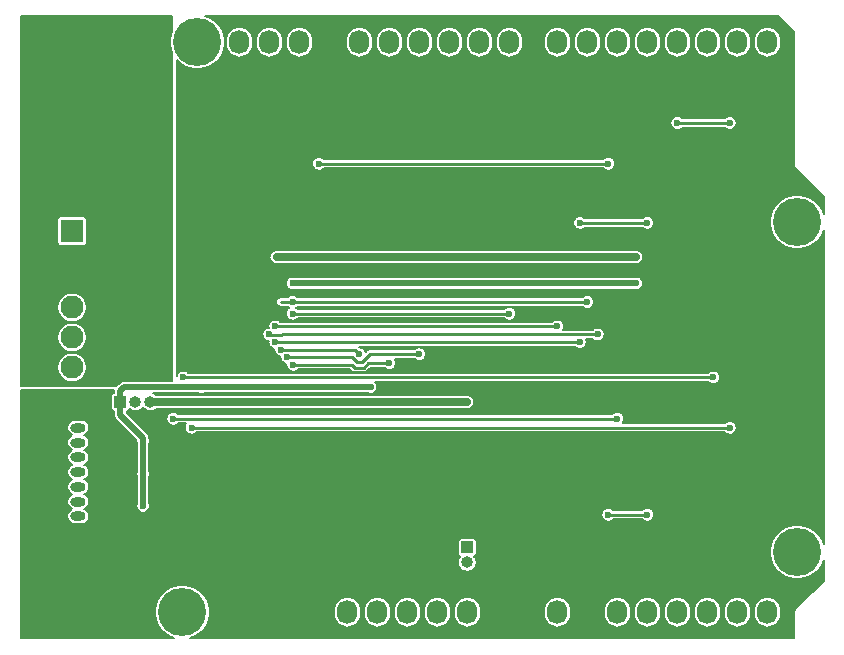
<source format=gbr>
%TF.GenerationSoftware,KiCad,Pcbnew,(5.1.9)-1*%
%TF.CreationDate,2021-05-11T09:52:30+02:00*%
%TF.ProjectId,Driverino-Shield,44726976-6572-4696-9e6f-2d536869656c,rev?*%
%TF.SameCoordinates,Original*%
%TF.FileFunction,Copper,L2,Bot*%
%TF.FilePolarity,Positive*%
%FSLAX46Y46*%
G04 Gerber Fmt 4.6, Leading zero omitted, Abs format (unit mm)*
G04 Created by KiCad (PCBNEW (5.1.9)-1) date 2021-05-11 09:52:30*
%MOMM*%
%LPD*%
G01*
G04 APERTURE LIST*
%TA.AperFunction,ComponentPad*%
%ADD10C,0.600000*%
%TD*%
%TA.AperFunction,ComponentPad*%
%ADD11O,1.000000X1.000000*%
%TD*%
%TA.AperFunction,ComponentPad*%
%ADD12R,1.000000X1.000000*%
%TD*%
%TA.AperFunction,WasherPad*%
%ADD13C,4.064000*%
%TD*%
%TA.AperFunction,ComponentPad*%
%ADD14O,1.727200X2.032000*%
%TD*%
%TA.AperFunction,ComponentPad*%
%ADD15R,1.950000X1.950000*%
%TD*%
%TA.AperFunction,ComponentPad*%
%ADD16C,1.950000*%
%TD*%
%TA.AperFunction,ComponentPad*%
%ADD17O,1.300000X0.800000*%
%TD*%
%TA.AperFunction,ViaPad*%
%ADD18C,0.600000*%
%TD*%
%TA.AperFunction,Conductor*%
%ADD19C,0.250000*%
%TD*%
%TA.AperFunction,Conductor*%
%ADD20C,0.500000*%
%TD*%
%TA.AperFunction,Conductor*%
%ADD21C,0.640000*%
%TD*%
%TA.AperFunction,Conductor*%
%ADD22C,0.160000*%
%TD*%
%TA.AperFunction,Conductor*%
%ADD23C,0.100000*%
%TD*%
G04 APERTURE END LIST*
D10*
%TO.P,U1,41*%
%TO.N,GND*%
X127298000Y-101190000D03*
X127298000Y-99940000D03*
X127298000Y-98965000D03*
X127298000Y-102165000D03*
X128648000Y-101190000D03*
X128648000Y-99940000D03*
X128648000Y-98965000D03*
X128648000Y-102165000D03*
X129898000Y-101190000D03*
X129898000Y-99940000D03*
X125948000Y-101190000D03*
X125948000Y-99940000D03*
X125948000Y-98965000D03*
X125948000Y-102165000D03*
X124698000Y-101190000D03*
X124698000Y-99940000D03*
%TD*%
D11*
%TO.P,JP1,3*%
%TO.N,VCC*%
X122268000Y-106045000D03*
%TO.P,JP1,2*%
%TO.N,Net-(JP1-Pad2)*%
X120998000Y-106045000D03*
D12*
%TO.P,JP1,1*%
%TO.N,+3.3V*%
X119728000Y-106045000D03*
%TD*%
D13*
%TO.P,P5,*%
%TO.N,*%
X124968000Y-123825000D03*
%TD*%
%TO.P,P7,*%
%TO.N,*%
X126238000Y-75565000D03*
%TD*%
%TO.P,P8,*%
%TO.N,*%
X177038000Y-90805000D03*
%TD*%
D14*
%TO.P,P3,1*%
%TO.N,/A5(SCL)*%
X129794000Y-75565000D03*
%TO.P,P3,2*%
%TO.N,/A4(SDA)*%
X132334000Y-75565000D03*
%TO.P,P3,3*%
%TO.N,N/C*%
X134874000Y-75565000D03*
%TO.P,P3,4*%
%TO.N,GND*%
X137414000Y-75565000D03*
%TO.P,P3,5*%
%TO.N,/13(SCK)*%
X139954000Y-75565000D03*
%TO.P,P3,6*%
%TO.N,/12(MISO)*%
X142494000Y-75565000D03*
%TO.P,P3,7*%
%TO.N,/11(\u002A\u002A/MOSI)*%
X145034000Y-75565000D03*
%TO.P,P3,8*%
%TO.N,N/C*%
X147574000Y-75565000D03*
%TO.P,P3,9*%
X150114000Y-75565000D03*
%TO.P,P3,10*%
%TO.N,/8*%
X152654000Y-75565000D03*
%TD*%
D13*
%TO.P,P6,*%
%TO.N,*%
X177038000Y-118745000D03*
%TD*%
D14*
%TO.P,P1,1*%
%TO.N,N/C*%
X138938000Y-123825000D03*
%TO.P,P1,2*%
X141478000Y-123825000D03*
%TO.P,P1,3*%
X144018000Y-123825000D03*
%TO.P,P1,4*%
%TO.N,+3.3V*%
X146558000Y-123825000D03*
%TO.P,P1,5*%
%TO.N,+5V*%
X149098000Y-123825000D03*
%TO.P,P1,6*%
%TO.N,GND*%
X151638000Y-123825000D03*
%TO.P,P1,7*%
X154178000Y-123825000D03*
%TO.P,P1,8*%
%TO.N,N/C*%
X156718000Y-123825000D03*
%TD*%
%TO.P,P2,1*%
%TO.N,/A0*%
X161798000Y-123825000D03*
%TO.P,P2,2*%
%TO.N,/A1*%
X164338000Y-123825000D03*
%TO.P,P2,3*%
%TO.N,N/C*%
X166878000Y-123825000D03*
%TO.P,P2,4*%
X169418000Y-123825000D03*
%TO.P,P2,5*%
%TO.N,/A4(SDA)*%
X171958000Y-123825000D03*
%TO.P,P2,6*%
%TO.N,/A5(SCL)*%
X174498000Y-123825000D03*
%TD*%
%TO.P,P4,1*%
%TO.N,/7*%
X156718000Y-75565000D03*
%TO.P,P4,2*%
%TO.N,/6(\u002A\u002A)*%
X159258000Y-75565000D03*
%TO.P,P4,3*%
%TO.N,/5(\u002A\u002A)*%
X161798000Y-75565000D03*
%TO.P,P4,4*%
%TO.N,/4*%
X164338000Y-75565000D03*
%TO.P,P4,5*%
%TO.N,/3(\u002A\u002A)*%
X166878000Y-75565000D03*
%TO.P,P4,6*%
%TO.N,/2*%
X169418000Y-75565000D03*
%TO.P,P4,7*%
%TO.N,N/C*%
X171958000Y-75565000D03*
%TO.P,P4,8*%
X174498000Y-75565000D03*
%TD*%
D15*
%TO.P,P9,1*%
%TO.N,+36V*%
X115633500Y-91565000D03*
D16*
%TO.P,P9,2*%
%TO.N,GNDPWR*%
X115633500Y-94105000D03*
%TD*%
%TO.P,P10,1*%
%TO.N,/U*%
X115633500Y-98025000D03*
%TO.P,P10,2*%
%TO.N,/V*%
X115633500Y-100565000D03*
%TO.P,P10,3*%
%TO.N,/W*%
X115633500Y-103105000D03*
%TD*%
D17*
%TO.P,P11,8*%
%TO.N,Net-(JP1-Pad2)*%
X116147500Y-108215000D03*
%TO.P,P11,7*%
%TO.N,/HAP*%
X116147500Y-109465000D03*
%TO.P,P11,6*%
%TO.N,/HAN*%
X116147500Y-110715000D03*
%TO.P,P11,5*%
%TO.N,/HBP*%
X116147500Y-111965000D03*
%TO.P,P11,4*%
%TO.N,/HBN*%
X116147500Y-113215000D03*
%TO.P,P11,3*%
%TO.N,/HCP*%
X116147500Y-114465000D03*
%TO.P,P11,2*%
%TO.N,/HCN*%
X116147500Y-115715000D03*
%TO.P,P11,1*%
%TO.N,GND*%
%TA.AperFunction,ComponentPad*%
G36*
G01*
X116597500Y-117365000D02*
X115697500Y-117365000D01*
G75*
G02*
X115497500Y-117165000I0J200000D01*
G01*
X115497500Y-116765000D01*
G75*
G02*
X115697500Y-116565000I200000J0D01*
G01*
X116597500Y-116565000D01*
G75*
G02*
X116797500Y-116765000I0J-200000D01*
G01*
X116797500Y-117165000D01*
G75*
G02*
X116597500Y-117365000I-200000J0D01*
G01*
G37*
%TD.AperFunction*%
%TD*%
D12*
%TO.P,JP2,1*%
%TO.N,VCC*%
X149098000Y-118349000D03*
D11*
%TO.P,JP2,2*%
%TO.N,+5V*%
X149098000Y-119619000D03*
%TD*%
D18*
%TO.N,GND*%
X122618500Y-112522000D03*
X122618500Y-109791500D03*
X122618500Y-115824000D03*
%TO.N,/A1*%
X136525000Y-85852000D03*
X161036000Y-85852000D03*
X161036000Y-115570000D03*
X164338000Y-115570000D03*
%TO.N,/13(SCK)*%
X139954000Y-101981000D03*
X133350000Y-101600000D03*
%TO.N,/12(MISO)*%
X134366000Y-102870000D03*
X142494000Y-102743000D03*
%TO.N,/11(\u002A\u002A/MOSI)*%
X133858000Y-102235000D03*
X145034000Y-101981000D03*
%TO.N,+3.3V*%
X134315200Y-95986500D03*
X126548000Y-104762000D03*
X121645300Y-109338000D03*
X121645300Y-112092000D03*
X121645300Y-114846000D03*
X163388998Y-95986500D03*
X140919000Y-95986500D03*
X140906500Y-104762000D03*
%TO.N,/ILIM*%
X160147000Y-100315000D03*
X132334365Y-100315489D03*
%TO.N,/FAULT*%
X169926000Y-103949500D03*
X125048000Y-103949500D03*
%TO.N,VCC*%
X134315200Y-93787000D03*
X149098000Y-93787000D03*
X149098000Y-106045000D03*
X163388998Y-93787000D03*
%TO.N,/FGOUT*%
X134315200Y-97561500D03*
X159258000Y-97561500D03*
%TO.N,/CS*%
X132842000Y-100965000D03*
X158623000Y-90868500D03*
X164338000Y-90868500D03*
X158623000Y-100965000D03*
%TO.N,/BRAKE*%
X156718000Y-99631500D03*
X132842000Y-99631500D03*
%TO.N,/PWM*%
X134315200Y-98552000D03*
X152654000Y-98552000D03*
%TO.N,/SLEEP*%
X171323000Y-108204000D03*
X171323000Y-82407000D03*
X166878000Y-82407000D03*
X125747990Y-108204000D03*
%TO.N,/DRVOFF*%
X124206000Y-107442000D03*
X161798000Y-107442000D03*
%TD*%
D19*
%TO.N,GND*%
X122618500Y-112522000D02*
X122618500Y-109791500D01*
X122618500Y-112522000D02*
X122618500Y-115824000D01*
%TO.N,/A1*%
X136525000Y-85852000D02*
X161036000Y-85852000D01*
X161036000Y-115570000D02*
X164338000Y-115570000D01*
%TO.N,/13(SCK)*%
X139573000Y-101600000D02*
X139954000Y-101981000D01*
X133350000Y-101600000D02*
X139573000Y-101600000D01*
%TO.N,/12(MISO)*%
X139319000Y-102870000D02*
X139573000Y-103124000D01*
X139573000Y-103124000D02*
X140335000Y-103124000D01*
X134366000Y-102870000D02*
X139319000Y-102870000D01*
X140716000Y-102743000D02*
X142494000Y-102743000D01*
X140335000Y-103124000D02*
X140716000Y-102743000D01*
%TO.N,/11(\u002A\u002A/MOSI)*%
X145034000Y-101981000D02*
X140841590Y-101981000D01*
X140841590Y-101981000D02*
X140148601Y-102673989D01*
X139759400Y-102673989D02*
X139320410Y-102235000D01*
X140148601Y-102673989D02*
X139759400Y-102673989D01*
X139320410Y-102235000D02*
X133858000Y-102235000D01*
D20*
%TO.N,+3.3V*%
X121645300Y-109338000D02*
X121645300Y-112092000D01*
X121645300Y-112092000D02*
X121645300Y-114846000D01*
X126548000Y-104762000D02*
X136639000Y-104762000D01*
X136639000Y-104762000D02*
X137350500Y-104762000D01*
X137350500Y-104762000D02*
X140906500Y-104762000D01*
X126548000Y-104762000D02*
X120790000Y-104762000D01*
X120790000Y-104762000D02*
X120053400Y-104762000D01*
X119728000Y-105087400D02*
X119728000Y-106045000D01*
X120053400Y-104762000D02*
X119728000Y-105087400D01*
X119728000Y-107155000D02*
X119728000Y-106045000D01*
X121645300Y-109072300D02*
X119728000Y-107155000D01*
X121645300Y-109338000D02*
X121645300Y-109072300D01*
X134315200Y-95986500D02*
X140919000Y-95986500D01*
X140919000Y-95986500D02*
X163388998Y-95986500D01*
D19*
%TO.N,/ILIM*%
X133396001Y-100320001D02*
X132338877Y-100320001D01*
X132338877Y-100320001D02*
X132334365Y-100315489D01*
X133401002Y-100315000D02*
X133396001Y-100320001D01*
X160147000Y-100315000D02*
X133401002Y-100315000D01*
%TO.N,/FAULT*%
X168592500Y-103949500D02*
X168991500Y-103949500D01*
X168776000Y-103949500D02*
X168592500Y-103949500D01*
X168592500Y-103949500D02*
X125048000Y-103949500D01*
X168991500Y-103949500D02*
X169926000Y-103949500D01*
D21*
%TO.N,VCC*%
X149098000Y-93787000D02*
X132946000Y-93787000D01*
X122268000Y-106045000D02*
X149098000Y-106045000D01*
X149100500Y-93787000D02*
X149098000Y-93787000D01*
X149098000Y-93787000D02*
X163383000Y-93787000D01*
D19*
%TO.N,/FGOUT*%
X133286500Y-97561500D02*
X158813500Y-97561500D01*
X158813500Y-97561500D02*
X159258000Y-97561500D01*
%TO.N,/CS*%
X158623000Y-90868500D02*
X162560000Y-90868500D01*
X162560000Y-90868500D02*
X164338000Y-90868500D01*
X158242000Y-100965000D02*
X158623000Y-100965000D01*
X132842000Y-100965000D02*
X158242000Y-100965000D01*
%TO.N,/BRAKE*%
X156400500Y-99631500D02*
X156718000Y-99631500D01*
X156400500Y-99631500D02*
X156527500Y-99631500D01*
X156400500Y-99631500D02*
X132842000Y-99631500D01*
%TO.N,/PWM*%
X134366000Y-98552000D02*
X152654000Y-98552000D01*
%TO.N,/SLEEP*%
X126428500Y-108204000D02*
X171323000Y-108204000D01*
X125747990Y-108204000D02*
X126428500Y-108204000D01*
X171323000Y-82407000D02*
X166878000Y-82407000D01*
%TO.N,/DRVOFF*%
X124206000Y-107442000D02*
X161798000Y-107442000D01*
%TD*%
D22*
%TO.N,GND*%
X176723001Y-74679478D02*
X176723000Y-85963537D01*
X176721477Y-85979000D01*
X176723000Y-85994463D01*
X176723000Y-85994472D01*
X176727558Y-86040750D01*
X176745570Y-86100127D01*
X176745571Y-86100128D01*
X176774820Y-86154851D01*
X176792251Y-86176090D01*
X176814184Y-86202816D01*
X176826207Y-86212683D01*
X179263001Y-88649478D01*
X179263001Y-90139914D01*
X179261151Y-90130614D01*
X179086868Y-89709857D01*
X178833848Y-89331186D01*
X178511814Y-89009152D01*
X178133143Y-88756132D01*
X177712386Y-88581849D01*
X177265712Y-88493000D01*
X176810288Y-88493000D01*
X176363614Y-88581849D01*
X175942857Y-88756132D01*
X175564186Y-89009152D01*
X175242152Y-89331186D01*
X174989132Y-89709857D01*
X174814849Y-90130614D01*
X174726000Y-90577288D01*
X174726000Y-91032712D01*
X174814849Y-91479386D01*
X174989132Y-91900143D01*
X175242152Y-92278814D01*
X175564186Y-92600848D01*
X175942857Y-92853868D01*
X176363614Y-93028151D01*
X176810288Y-93117000D01*
X177265712Y-93117000D01*
X177712386Y-93028151D01*
X178133143Y-92853868D01*
X178511814Y-92600848D01*
X178833848Y-92278814D01*
X179086868Y-91900143D01*
X179261151Y-91479386D01*
X179263001Y-91470086D01*
X179263000Y-118079910D01*
X179261151Y-118070614D01*
X179086868Y-117649857D01*
X178833848Y-117271186D01*
X178511814Y-116949152D01*
X178133143Y-116696132D01*
X177712386Y-116521849D01*
X177265712Y-116433000D01*
X176810288Y-116433000D01*
X176363614Y-116521849D01*
X175942857Y-116696132D01*
X175564186Y-116949152D01*
X175242152Y-117271186D01*
X174989132Y-117649857D01*
X174814849Y-118070614D01*
X174726000Y-118517288D01*
X174726000Y-118972712D01*
X174814849Y-119419386D01*
X174989132Y-119840143D01*
X175242152Y-120218814D01*
X175564186Y-120540848D01*
X175942857Y-120793868D01*
X176363614Y-120968151D01*
X176810288Y-121057000D01*
X177265712Y-121057000D01*
X177712386Y-120968151D01*
X178133143Y-120793868D01*
X178511814Y-120540848D01*
X178833848Y-120218814D01*
X179086868Y-119840143D01*
X179261151Y-119419386D01*
X179263000Y-119410090D01*
X179263000Y-121154523D01*
X176826203Y-123591321D01*
X176814185Y-123601184D01*
X176804322Y-123613202D01*
X176804321Y-123613203D01*
X176774820Y-123649149D01*
X176745571Y-123703872D01*
X176727559Y-123763250D01*
X176721477Y-123825000D01*
X176723001Y-123840473D01*
X176723000Y-126050000D01*
X125633090Y-126050000D01*
X125642386Y-126048151D01*
X126063143Y-125873868D01*
X126441814Y-125620848D01*
X126763848Y-125298814D01*
X127016868Y-124920143D01*
X127191151Y-124499386D01*
X127280000Y-124052712D01*
X127280000Y-123616423D01*
X137794400Y-123616423D01*
X137794400Y-124033578D01*
X137810947Y-124201585D01*
X137876340Y-124417154D01*
X137982531Y-124615824D01*
X138125441Y-124789960D01*
X138299577Y-124932869D01*
X138498247Y-125039060D01*
X138713816Y-125104453D01*
X138938000Y-125126533D01*
X139162185Y-125104453D01*
X139377754Y-125039060D01*
X139576424Y-124932869D01*
X139750560Y-124789960D01*
X139893469Y-124615823D01*
X139999660Y-124417153D01*
X140065053Y-124201584D01*
X140081600Y-124033577D01*
X140081600Y-123616423D01*
X140334400Y-123616423D01*
X140334400Y-124033578D01*
X140350947Y-124201585D01*
X140416340Y-124417154D01*
X140522531Y-124615824D01*
X140665441Y-124789960D01*
X140839577Y-124932869D01*
X141038247Y-125039060D01*
X141253816Y-125104453D01*
X141478000Y-125126533D01*
X141702185Y-125104453D01*
X141917754Y-125039060D01*
X142116424Y-124932869D01*
X142290560Y-124789960D01*
X142433469Y-124615823D01*
X142539660Y-124417153D01*
X142605053Y-124201584D01*
X142621600Y-124033577D01*
X142621600Y-123616423D01*
X142874400Y-123616423D01*
X142874400Y-124033578D01*
X142890947Y-124201585D01*
X142956340Y-124417154D01*
X143062531Y-124615824D01*
X143205441Y-124789960D01*
X143379577Y-124932869D01*
X143578247Y-125039060D01*
X143793816Y-125104453D01*
X144018000Y-125126533D01*
X144242185Y-125104453D01*
X144457754Y-125039060D01*
X144656424Y-124932869D01*
X144830560Y-124789960D01*
X144973469Y-124615823D01*
X145079660Y-124417153D01*
X145145053Y-124201584D01*
X145161600Y-124033577D01*
X145161600Y-123616423D01*
X145414400Y-123616423D01*
X145414400Y-124033578D01*
X145430947Y-124201585D01*
X145496340Y-124417154D01*
X145602531Y-124615824D01*
X145745441Y-124789960D01*
X145919577Y-124932869D01*
X146118247Y-125039060D01*
X146333816Y-125104453D01*
X146558000Y-125126533D01*
X146782185Y-125104453D01*
X146997754Y-125039060D01*
X147196424Y-124932869D01*
X147370560Y-124789960D01*
X147513469Y-124615823D01*
X147619660Y-124417153D01*
X147685053Y-124201584D01*
X147701600Y-124033577D01*
X147701600Y-123616423D01*
X147954400Y-123616423D01*
X147954400Y-124033578D01*
X147970947Y-124201585D01*
X148036340Y-124417154D01*
X148142531Y-124615824D01*
X148285441Y-124789960D01*
X148459577Y-124932869D01*
X148658247Y-125039060D01*
X148873816Y-125104453D01*
X149098000Y-125126533D01*
X149322185Y-125104453D01*
X149537754Y-125039060D01*
X149736424Y-124932869D01*
X149910560Y-124789960D01*
X150053469Y-124615823D01*
X150159660Y-124417153D01*
X150225053Y-124201584D01*
X150241600Y-124033577D01*
X150241600Y-123616423D01*
X155574400Y-123616423D01*
X155574400Y-124033578D01*
X155590947Y-124201585D01*
X155656340Y-124417154D01*
X155762531Y-124615824D01*
X155905441Y-124789960D01*
X156079577Y-124932869D01*
X156278247Y-125039060D01*
X156493816Y-125104453D01*
X156718000Y-125126533D01*
X156942185Y-125104453D01*
X157157754Y-125039060D01*
X157356424Y-124932869D01*
X157530560Y-124789960D01*
X157673469Y-124615823D01*
X157779660Y-124417153D01*
X157845053Y-124201584D01*
X157861600Y-124033577D01*
X157861600Y-123616423D01*
X160654400Y-123616423D01*
X160654400Y-124033578D01*
X160670947Y-124201585D01*
X160736340Y-124417154D01*
X160842531Y-124615824D01*
X160985441Y-124789960D01*
X161159577Y-124932869D01*
X161358247Y-125039060D01*
X161573816Y-125104453D01*
X161798000Y-125126533D01*
X162022185Y-125104453D01*
X162237754Y-125039060D01*
X162436424Y-124932869D01*
X162610560Y-124789960D01*
X162753469Y-124615823D01*
X162859660Y-124417153D01*
X162925053Y-124201584D01*
X162941600Y-124033577D01*
X162941600Y-123616423D01*
X163194400Y-123616423D01*
X163194400Y-124033578D01*
X163210947Y-124201585D01*
X163276340Y-124417154D01*
X163382531Y-124615824D01*
X163525441Y-124789960D01*
X163699577Y-124932869D01*
X163898247Y-125039060D01*
X164113816Y-125104453D01*
X164338000Y-125126533D01*
X164562185Y-125104453D01*
X164777754Y-125039060D01*
X164976424Y-124932869D01*
X165150560Y-124789960D01*
X165293469Y-124615823D01*
X165399660Y-124417153D01*
X165465053Y-124201584D01*
X165481600Y-124033577D01*
X165481600Y-123616423D01*
X165734400Y-123616423D01*
X165734400Y-124033578D01*
X165750947Y-124201585D01*
X165816340Y-124417154D01*
X165922531Y-124615824D01*
X166065441Y-124789960D01*
X166239577Y-124932869D01*
X166438247Y-125039060D01*
X166653816Y-125104453D01*
X166878000Y-125126533D01*
X167102185Y-125104453D01*
X167317754Y-125039060D01*
X167516424Y-124932869D01*
X167690560Y-124789960D01*
X167833469Y-124615823D01*
X167939660Y-124417153D01*
X168005053Y-124201584D01*
X168021600Y-124033577D01*
X168021600Y-123616423D01*
X168274400Y-123616423D01*
X168274400Y-124033578D01*
X168290947Y-124201585D01*
X168356340Y-124417154D01*
X168462531Y-124615824D01*
X168605441Y-124789960D01*
X168779577Y-124932869D01*
X168978247Y-125039060D01*
X169193816Y-125104453D01*
X169418000Y-125126533D01*
X169642185Y-125104453D01*
X169857754Y-125039060D01*
X170056424Y-124932869D01*
X170230560Y-124789960D01*
X170373469Y-124615823D01*
X170479660Y-124417153D01*
X170545053Y-124201584D01*
X170561600Y-124033577D01*
X170561600Y-123616423D01*
X170814400Y-123616423D01*
X170814400Y-124033578D01*
X170830947Y-124201585D01*
X170896340Y-124417154D01*
X171002531Y-124615824D01*
X171145441Y-124789960D01*
X171319577Y-124932869D01*
X171518247Y-125039060D01*
X171733816Y-125104453D01*
X171958000Y-125126533D01*
X172182185Y-125104453D01*
X172397754Y-125039060D01*
X172596424Y-124932869D01*
X172770560Y-124789960D01*
X172913469Y-124615823D01*
X173019660Y-124417153D01*
X173085053Y-124201584D01*
X173101600Y-124033577D01*
X173101600Y-123616423D01*
X173354400Y-123616423D01*
X173354400Y-124033578D01*
X173370947Y-124201585D01*
X173436340Y-124417154D01*
X173542531Y-124615824D01*
X173685441Y-124789960D01*
X173859577Y-124932869D01*
X174058247Y-125039060D01*
X174273816Y-125104453D01*
X174498000Y-125126533D01*
X174722185Y-125104453D01*
X174937754Y-125039060D01*
X175136424Y-124932869D01*
X175310560Y-124789960D01*
X175453469Y-124615823D01*
X175559660Y-124417153D01*
X175625053Y-124201584D01*
X175641600Y-124033577D01*
X175641600Y-123616422D01*
X175625053Y-123448415D01*
X175559660Y-123232846D01*
X175453469Y-123034176D01*
X175310560Y-122860040D01*
X175136423Y-122717131D01*
X174937753Y-122610940D01*
X174722184Y-122545547D01*
X174498000Y-122523467D01*
X174273815Y-122545547D01*
X174058246Y-122610940D01*
X173859576Y-122717131D01*
X173685440Y-122860040D01*
X173542531Y-123034177D01*
X173436340Y-123232847D01*
X173370947Y-123448416D01*
X173354400Y-123616423D01*
X173101600Y-123616423D01*
X173101600Y-123616422D01*
X173085053Y-123448415D01*
X173019660Y-123232846D01*
X172913469Y-123034176D01*
X172770560Y-122860040D01*
X172596423Y-122717131D01*
X172397753Y-122610940D01*
X172182184Y-122545547D01*
X171958000Y-122523467D01*
X171733815Y-122545547D01*
X171518246Y-122610940D01*
X171319576Y-122717131D01*
X171145440Y-122860040D01*
X171002531Y-123034177D01*
X170896340Y-123232847D01*
X170830947Y-123448416D01*
X170814400Y-123616423D01*
X170561600Y-123616423D01*
X170561600Y-123616422D01*
X170545053Y-123448415D01*
X170479660Y-123232846D01*
X170373469Y-123034176D01*
X170230560Y-122860040D01*
X170056423Y-122717131D01*
X169857753Y-122610940D01*
X169642184Y-122545547D01*
X169418000Y-122523467D01*
X169193815Y-122545547D01*
X168978246Y-122610940D01*
X168779576Y-122717131D01*
X168605440Y-122860040D01*
X168462531Y-123034177D01*
X168356340Y-123232847D01*
X168290947Y-123448416D01*
X168274400Y-123616423D01*
X168021600Y-123616423D01*
X168021600Y-123616422D01*
X168005053Y-123448415D01*
X167939660Y-123232846D01*
X167833469Y-123034176D01*
X167690560Y-122860040D01*
X167516423Y-122717131D01*
X167317753Y-122610940D01*
X167102184Y-122545547D01*
X166878000Y-122523467D01*
X166653815Y-122545547D01*
X166438246Y-122610940D01*
X166239576Y-122717131D01*
X166065440Y-122860040D01*
X165922531Y-123034177D01*
X165816340Y-123232847D01*
X165750947Y-123448416D01*
X165734400Y-123616423D01*
X165481600Y-123616423D01*
X165481600Y-123616422D01*
X165465053Y-123448415D01*
X165399660Y-123232846D01*
X165293469Y-123034176D01*
X165150560Y-122860040D01*
X164976423Y-122717131D01*
X164777753Y-122610940D01*
X164562184Y-122545547D01*
X164338000Y-122523467D01*
X164113815Y-122545547D01*
X163898246Y-122610940D01*
X163699576Y-122717131D01*
X163525440Y-122860040D01*
X163382531Y-123034177D01*
X163276340Y-123232847D01*
X163210947Y-123448416D01*
X163194400Y-123616423D01*
X162941600Y-123616423D01*
X162941600Y-123616422D01*
X162925053Y-123448415D01*
X162859660Y-123232846D01*
X162753469Y-123034176D01*
X162610560Y-122860040D01*
X162436423Y-122717131D01*
X162237753Y-122610940D01*
X162022184Y-122545547D01*
X161798000Y-122523467D01*
X161573815Y-122545547D01*
X161358246Y-122610940D01*
X161159576Y-122717131D01*
X160985440Y-122860040D01*
X160842531Y-123034177D01*
X160736340Y-123232847D01*
X160670947Y-123448416D01*
X160654400Y-123616423D01*
X157861600Y-123616423D01*
X157861600Y-123616422D01*
X157845053Y-123448415D01*
X157779660Y-123232846D01*
X157673469Y-123034176D01*
X157530560Y-122860040D01*
X157356423Y-122717131D01*
X157157753Y-122610940D01*
X156942184Y-122545547D01*
X156718000Y-122523467D01*
X156493815Y-122545547D01*
X156278246Y-122610940D01*
X156079576Y-122717131D01*
X155905440Y-122860040D01*
X155762531Y-123034177D01*
X155656340Y-123232847D01*
X155590947Y-123448416D01*
X155574400Y-123616423D01*
X150241600Y-123616423D01*
X150241600Y-123616422D01*
X150225053Y-123448415D01*
X150159660Y-123232846D01*
X150053469Y-123034176D01*
X149910560Y-122860040D01*
X149736423Y-122717131D01*
X149537753Y-122610940D01*
X149322184Y-122545547D01*
X149098000Y-122523467D01*
X148873815Y-122545547D01*
X148658246Y-122610940D01*
X148459576Y-122717131D01*
X148285440Y-122860040D01*
X148142531Y-123034177D01*
X148036340Y-123232847D01*
X147970947Y-123448416D01*
X147954400Y-123616423D01*
X147701600Y-123616423D01*
X147701600Y-123616422D01*
X147685053Y-123448415D01*
X147619660Y-123232846D01*
X147513469Y-123034176D01*
X147370560Y-122860040D01*
X147196423Y-122717131D01*
X146997753Y-122610940D01*
X146782184Y-122545547D01*
X146558000Y-122523467D01*
X146333815Y-122545547D01*
X146118246Y-122610940D01*
X145919576Y-122717131D01*
X145745440Y-122860040D01*
X145602531Y-123034177D01*
X145496340Y-123232847D01*
X145430947Y-123448416D01*
X145414400Y-123616423D01*
X145161600Y-123616423D01*
X145161600Y-123616422D01*
X145145053Y-123448415D01*
X145079660Y-123232846D01*
X144973469Y-123034176D01*
X144830560Y-122860040D01*
X144656423Y-122717131D01*
X144457753Y-122610940D01*
X144242184Y-122545547D01*
X144018000Y-122523467D01*
X143793815Y-122545547D01*
X143578246Y-122610940D01*
X143379576Y-122717131D01*
X143205440Y-122860040D01*
X143062531Y-123034177D01*
X142956340Y-123232847D01*
X142890947Y-123448416D01*
X142874400Y-123616423D01*
X142621600Y-123616423D01*
X142621600Y-123616422D01*
X142605053Y-123448415D01*
X142539660Y-123232846D01*
X142433469Y-123034176D01*
X142290560Y-122860040D01*
X142116423Y-122717131D01*
X141917753Y-122610940D01*
X141702184Y-122545547D01*
X141478000Y-122523467D01*
X141253815Y-122545547D01*
X141038246Y-122610940D01*
X140839576Y-122717131D01*
X140665440Y-122860040D01*
X140522531Y-123034177D01*
X140416340Y-123232847D01*
X140350947Y-123448416D01*
X140334400Y-123616423D01*
X140081600Y-123616423D01*
X140081600Y-123616422D01*
X140065053Y-123448415D01*
X139999660Y-123232846D01*
X139893469Y-123034176D01*
X139750560Y-122860040D01*
X139576423Y-122717131D01*
X139377753Y-122610940D01*
X139162184Y-122545547D01*
X138938000Y-122523467D01*
X138713815Y-122545547D01*
X138498246Y-122610940D01*
X138299576Y-122717131D01*
X138125440Y-122860040D01*
X137982531Y-123034177D01*
X137876340Y-123232847D01*
X137810947Y-123448416D01*
X137794400Y-123616423D01*
X127280000Y-123616423D01*
X127280000Y-123597288D01*
X127191151Y-123150614D01*
X127016868Y-122729857D01*
X126763848Y-122351186D01*
X126441814Y-122029152D01*
X126063143Y-121776132D01*
X125642386Y-121601849D01*
X125195712Y-121513000D01*
X124740288Y-121513000D01*
X124293614Y-121601849D01*
X123872857Y-121776132D01*
X123494186Y-122029152D01*
X123172152Y-122351186D01*
X122919132Y-122729857D01*
X122744849Y-123150614D01*
X122656000Y-123597288D01*
X122656000Y-124052712D01*
X122744849Y-124499386D01*
X122919132Y-124920143D01*
X123172152Y-125298814D01*
X123494186Y-125620848D01*
X123872857Y-125873868D01*
X124293614Y-126048151D01*
X124302910Y-126050000D01*
X111313000Y-126050000D01*
X111313000Y-117849000D01*
X148316646Y-117849000D01*
X148316646Y-118849000D01*
X148322052Y-118903889D01*
X148338063Y-118956670D01*
X148364063Y-119005312D01*
X148399053Y-119047947D01*
X148441688Y-119082937D01*
X148490330Y-119108937D01*
X148501568Y-119112346D01*
X148492135Y-119121779D01*
X148406773Y-119249531D01*
X148347975Y-119391482D01*
X148318000Y-119542177D01*
X148318000Y-119695823D01*
X148347975Y-119846518D01*
X148406773Y-119988469D01*
X148492135Y-120116221D01*
X148600779Y-120224865D01*
X148728531Y-120310227D01*
X148870482Y-120369025D01*
X149021177Y-120399000D01*
X149174823Y-120399000D01*
X149325518Y-120369025D01*
X149467469Y-120310227D01*
X149595221Y-120224865D01*
X149703865Y-120116221D01*
X149789227Y-119988469D01*
X149848025Y-119846518D01*
X149878000Y-119695823D01*
X149878000Y-119542177D01*
X149848025Y-119391482D01*
X149789227Y-119249531D01*
X149703865Y-119121779D01*
X149694432Y-119112346D01*
X149705670Y-119108937D01*
X149754312Y-119082937D01*
X149796947Y-119047947D01*
X149831937Y-119005312D01*
X149857937Y-118956670D01*
X149873948Y-118903889D01*
X149879354Y-118849000D01*
X149879354Y-117849000D01*
X149873948Y-117794111D01*
X149857937Y-117741330D01*
X149831937Y-117692688D01*
X149796947Y-117650053D01*
X149754312Y-117615063D01*
X149705670Y-117589063D01*
X149652889Y-117573052D01*
X149598000Y-117567646D01*
X148598000Y-117567646D01*
X148543111Y-117573052D01*
X148490330Y-117589063D01*
X148441688Y-117615063D01*
X148399053Y-117650053D01*
X148364063Y-117692688D01*
X148338063Y-117741330D01*
X148322052Y-117794111D01*
X148316646Y-117849000D01*
X111313000Y-117849000D01*
X111313000Y-108215000D01*
X115214210Y-108215000D01*
X115227339Y-108348303D01*
X115266222Y-108476484D01*
X115329365Y-108594616D01*
X115414341Y-108698159D01*
X115517884Y-108783135D01*
X115624271Y-108840000D01*
X115517884Y-108896865D01*
X115414341Y-108981841D01*
X115329365Y-109085384D01*
X115266222Y-109203516D01*
X115227339Y-109331697D01*
X115214210Y-109465000D01*
X115227339Y-109598303D01*
X115266222Y-109726484D01*
X115329365Y-109844616D01*
X115414341Y-109948159D01*
X115517884Y-110033135D01*
X115624271Y-110090000D01*
X115517884Y-110146865D01*
X115414341Y-110231841D01*
X115329365Y-110335384D01*
X115266222Y-110453516D01*
X115227339Y-110581697D01*
X115214210Y-110715000D01*
X115227339Y-110848303D01*
X115266222Y-110976484D01*
X115329365Y-111094616D01*
X115414341Y-111198159D01*
X115517884Y-111283135D01*
X115624271Y-111340000D01*
X115517884Y-111396865D01*
X115414341Y-111481841D01*
X115329365Y-111585384D01*
X115266222Y-111703516D01*
X115227339Y-111831697D01*
X115214210Y-111965000D01*
X115227339Y-112098303D01*
X115266222Y-112226484D01*
X115329365Y-112344616D01*
X115414341Y-112448159D01*
X115517884Y-112533135D01*
X115624271Y-112590000D01*
X115517884Y-112646865D01*
X115414341Y-112731841D01*
X115329365Y-112835384D01*
X115266222Y-112953516D01*
X115227339Y-113081697D01*
X115214210Y-113215000D01*
X115227339Y-113348303D01*
X115266222Y-113476484D01*
X115329365Y-113594616D01*
X115414341Y-113698159D01*
X115517884Y-113783135D01*
X115624271Y-113840000D01*
X115517884Y-113896865D01*
X115414341Y-113981841D01*
X115329365Y-114085384D01*
X115266222Y-114203516D01*
X115227339Y-114331697D01*
X115214210Y-114465000D01*
X115227339Y-114598303D01*
X115266222Y-114726484D01*
X115329365Y-114844616D01*
X115414341Y-114948159D01*
X115517884Y-115033135D01*
X115624271Y-115090000D01*
X115517884Y-115146865D01*
X115414341Y-115231841D01*
X115329365Y-115335384D01*
X115266222Y-115453516D01*
X115227339Y-115581697D01*
X115214210Y-115715000D01*
X115227339Y-115848303D01*
X115266222Y-115976484D01*
X115329365Y-116094616D01*
X115414341Y-116198159D01*
X115517884Y-116283135D01*
X115636016Y-116346278D01*
X115764197Y-116385161D01*
X115864096Y-116395000D01*
X116430904Y-116395000D01*
X116530803Y-116385161D01*
X116658984Y-116346278D01*
X116777116Y-116283135D01*
X116880659Y-116198159D01*
X116965635Y-116094616D01*
X117028778Y-115976484D01*
X117067661Y-115848303D01*
X117080790Y-115715000D01*
X117067661Y-115581697D01*
X117046785Y-115512875D01*
X160456000Y-115512875D01*
X160456000Y-115627125D01*
X160478289Y-115739180D01*
X160522011Y-115844733D01*
X160585485Y-115939728D01*
X160666272Y-116020515D01*
X160761267Y-116083989D01*
X160866820Y-116127711D01*
X160978875Y-116150000D01*
X161093125Y-116150000D01*
X161205180Y-116127711D01*
X161310733Y-116083989D01*
X161405728Y-116020515D01*
X161451243Y-115975000D01*
X163922757Y-115975000D01*
X163968272Y-116020515D01*
X164063267Y-116083989D01*
X164168820Y-116127711D01*
X164280875Y-116150000D01*
X164395125Y-116150000D01*
X164507180Y-116127711D01*
X164612733Y-116083989D01*
X164707728Y-116020515D01*
X164788515Y-115939728D01*
X164851989Y-115844733D01*
X164895711Y-115739180D01*
X164918000Y-115627125D01*
X164918000Y-115512875D01*
X164895711Y-115400820D01*
X164851989Y-115295267D01*
X164788515Y-115200272D01*
X164707728Y-115119485D01*
X164612733Y-115056011D01*
X164507180Y-115012289D01*
X164395125Y-114990000D01*
X164280875Y-114990000D01*
X164168820Y-115012289D01*
X164063267Y-115056011D01*
X163968272Y-115119485D01*
X163922757Y-115165000D01*
X161451243Y-115165000D01*
X161405728Y-115119485D01*
X161310733Y-115056011D01*
X161205180Y-115012289D01*
X161093125Y-114990000D01*
X160978875Y-114990000D01*
X160866820Y-115012289D01*
X160761267Y-115056011D01*
X160666272Y-115119485D01*
X160585485Y-115200272D01*
X160522011Y-115295267D01*
X160478289Y-115400820D01*
X160456000Y-115512875D01*
X117046785Y-115512875D01*
X117028778Y-115453516D01*
X116965635Y-115335384D01*
X116880659Y-115231841D01*
X116777116Y-115146865D01*
X116670729Y-115090000D01*
X116777116Y-115033135D01*
X116880659Y-114948159D01*
X116965635Y-114844616D01*
X117028778Y-114726484D01*
X117067661Y-114598303D01*
X117080790Y-114465000D01*
X117067661Y-114331697D01*
X117028778Y-114203516D01*
X116965635Y-114085384D01*
X116880659Y-113981841D01*
X116777116Y-113896865D01*
X116670729Y-113840000D01*
X116777116Y-113783135D01*
X116880659Y-113698159D01*
X116965635Y-113594616D01*
X117028778Y-113476484D01*
X117067661Y-113348303D01*
X117080790Y-113215000D01*
X117067661Y-113081697D01*
X117028778Y-112953516D01*
X116965635Y-112835384D01*
X116880659Y-112731841D01*
X116777116Y-112646865D01*
X116670729Y-112590000D01*
X116777116Y-112533135D01*
X116880659Y-112448159D01*
X116965635Y-112344616D01*
X117028778Y-112226484D01*
X117067661Y-112098303D01*
X117080790Y-111965000D01*
X117067661Y-111831697D01*
X117028778Y-111703516D01*
X116965635Y-111585384D01*
X116880659Y-111481841D01*
X116777116Y-111396865D01*
X116670729Y-111340000D01*
X116777116Y-111283135D01*
X116880659Y-111198159D01*
X116965635Y-111094616D01*
X117028778Y-110976484D01*
X117067661Y-110848303D01*
X117080790Y-110715000D01*
X117067661Y-110581697D01*
X117028778Y-110453516D01*
X116965635Y-110335384D01*
X116880659Y-110231841D01*
X116777116Y-110146865D01*
X116670729Y-110090000D01*
X116777116Y-110033135D01*
X116880659Y-109948159D01*
X116965635Y-109844616D01*
X117028778Y-109726484D01*
X117067661Y-109598303D01*
X117080790Y-109465000D01*
X117067661Y-109331697D01*
X117028778Y-109203516D01*
X116965635Y-109085384D01*
X116880659Y-108981841D01*
X116777116Y-108896865D01*
X116670729Y-108840000D01*
X116777116Y-108783135D01*
X116880659Y-108698159D01*
X116965635Y-108594616D01*
X117028778Y-108476484D01*
X117067661Y-108348303D01*
X117080790Y-108215000D01*
X117067661Y-108081697D01*
X117028778Y-107953516D01*
X116965635Y-107835384D01*
X116880659Y-107731841D01*
X116777116Y-107646865D01*
X116658984Y-107583722D01*
X116530803Y-107544839D01*
X116430904Y-107535000D01*
X115864096Y-107535000D01*
X115764197Y-107544839D01*
X115636016Y-107583722D01*
X115517884Y-107646865D01*
X115414341Y-107731841D01*
X115329365Y-107835384D01*
X115266222Y-107953516D01*
X115227339Y-108081697D01*
X115214210Y-108215000D01*
X111313000Y-108215000D01*
X111313000Y-105030465D01*
X111332043Y-105035568D01*
X111461453Y-105052605D01*
X111498000Y-105055000D01*
X119198627Y-105055000D01*
X119195436Y-105087400D01*
X119198000Y-105113433D01*
X119198000Y-105266601D01*
X119173111Y-105269052D01*
X119120330Y-105285063D01*
X119071688Y-105311063D01*
X119029053Y-105346053D01*
X118994063Y-105388688D01*
X118968063Y-105437330D01*
X118952052Y-105490111D01*
X118946646Y-105545000D01*
X118946646Y-106545000D01*
X118952052Y-106599889D01*
X118968063Y-106652670D01*
X118994063Y-106701312D01*
X119029053Y-106743947D01*
X119071688Y-106778937D01*
X119120330Y-106804937D01*
X119173111Y-106820948D01*
X119198000Y-106823399D01*
X119198000Y-107128967D01*
X119195436Y-107155000D01*
X119205669Y-107258898D01*
X119213971Y-107286264D01*
X119235975Y-107358802D01*
X119285189Y-107450877D01*
X119351420Y-107531580D01*
X119371651Y-107548183D01*
X121071777Y-109248310D01*
X121065300Y-109280875D01*
X121065300Y-109395125D01*
X121087589Y-109507180D01*
X121115300Y-109574080D01*
X121115301Y-111855918D01*
X121087589Y-111922820D01*
X121065300Y-112034875D01*
X121065300Y-112149125D01*
X121087589Y-112261180D01*
X121115300Y-112328080D01*
X121115301Y-114609918D01*
X121087589Y-114676820D01*
X121065300Y-114788875D01*
X121065300Y-114903125D01*
X121087589Y-115015180D01*
X121131311Y-115120733D01*
X121194785Y-115215728D01*
X121275572Y-115296515D01*
X121370567Y-115359989D01*
X121476120Y-115403711D01*
X121588175Y-115426000D01*
X121702425Y-115426000D01*
X121814480Y-115403711D01*
X121920033Y-115359989D01*
X122015028Y-115296515D01*
X122095815Y-115215728D01*
X122159289Y-115120733D01*
X122203011Y-115015180D01*
X122225300Y-114903125D01*
X122225300Y-114788875D01*
X122203011Y-114676820D01*
X122175300Y-114609921D01*
X122175300Y-112328079D01*
X122203011Y-112261180D01*
X122225300Y-112149125D01*
X122225300Y-112034875D01*
X122203011Y-111922820D01*
X122175300Y-111855921D01*
X122175300Y-109574079D01*
X122203011Y-109507180D01*
X122225300Y-109395125D01*
X122225300Y-109280875D01*
X122203011Y-109168820D01*
X122175300Y-109101921D01*
X122175300Y-109098333D01*
X122177864Y-109072300D01*
X122167631Y-108968402D01*
X122145930Y-108896865D01*
X122137325Y-108868498D01*
X122125287Y-108845975D01*
X122088111Y-108776423D01*
X122076037Y-108761711D01*
X122021880Y-108695720D01*
X122001654Y-108679121D01*
X120707408Y-107384875D01*
X123626000Y-107384875D01*
X123626000Y-107499125D01*
X123648289Y-107611180D01*
X123692011Y-107716733D01*
X123755485Y-107811728D01*
X123836272Y-107892515D01*
X123931267Y-107955989D01*
X124036820Y-107999711D01*
X124148875Y-108022000D01*
X124263125Y-108022000D01*
X124375180Y-107999711D01*
X124480733Y-107955989D01*
X124575728Y-107892515D01*
X124621243Y-107847000D01*
X125288970Y-107847000D01*
X125234001Y-107929267D01*
X125190279Y-108034820D01*
X125167990Y-108146875D01*
X125167990Y-108261125D01*
X125190279Y-108373180D01*
X125234001Y-108478733D01*
X125297475Y-108573728D01*
X125378262Y-108654515D01*
X125473257Y-108717989D01*
X125578810Y-108761711D01*
X125690865Y-108784000D01*
X125805115Y-108784000D01*
X125917170Y-108761711D01*
X126022723Y-108717989D01*
X126117718Y-108654515D01*
X126163233Y-108609000D01*
X170907757Y-108609000D01*
X170953272Y-108654515D01*
X171048267Y-108717989D01*
X171153820Y-108761711D01*
X171265875Y-108784000D01*
X171380125Y-108784000D01*
X171492180Y-108761711D01*
X171597733Y-108717989D01*
X171692728Y-108654515D01*
X171773515Y-108573728D01*
X171836989Y-108478733D01*
X171880711Y-108373180D01*
X171903000Y-108261125D01*
X171903000Y-108146875D01*
X171880711Y-108034820D01*
X171836989Y-107929267D01*
X171773515Y-107834272D01*
X171692728Y-107753485D01*
X171597733Y-107690011D01*
X171492180Y-107646289D01*
X171380125Y-107624000D01*
X171265875Y-107624000D01*
X171153820Y-107646289D01*
X171048267Y-107690011D01*
X170953272Y-107753485D01*
X170907757Y-107799000D01*
X162257020Y-107799000D01*
X162311989Y-107716733D01*
X162355711Y-107611180D01*
X162378000Y-107499125D01*
X162378000Y-107384875D01*
X162355711Y-107272820D01*
X162311989Y-107167267D01*
X162248515Y-107072272D01*
X162167728Y-106991485D01*
X162072733Y-106928011D01*
X161967180Y-106884289D01*
X161855125Y-106862000D01*
X161740875Y-106862000D01*
X161628820Y-106884289D01*
X161523267Y-106928011D01*
X161428272Y-106991485D01*
X161382757Y-107037000D01*
X124621243Y-107037000D01*
X124575728Y-106991485D01*
X124480733Y-106928011D01*
X124375180Y-106884289D01*
X124263125Y-106862000D01*
X124148875Y-106862000D01*
X124036820Y-106884289D01*
X123931267Y-106928011D01*
X123836272Y-106991485D01*
X123755485Y-107072272D01*
X123692011Y-107167267D01*
X123648289Y-107272820D01*
X123626000Y-107384875D01*
X120707408Y-107384875D01*
X120258000Y-106935468D01*
X120258000Y-106823399D01*
X120282889Y-106820948D01*
X120335670Y-106804937D01*
X120384312Y-106778937D01*
X120426947Y-106743947D01*
X120461937Y-106701312D01*
X120487937Y-106652670D01*
X120491346Y-106641432D01*
X120500779Y-106650865D01*
X120628531Y-106736227D01*
X120770482Y-106795025D01*
X120921177Y-106825000D01*
X121074823Y-106825000D01*
X121225518Y-106795025D01*
X121367469Y-106736227D01*
X121495221Y-106650865D01*
X121603865Y-106542221D01*
X121633000Y-106498618D01*
X121662135Y-106542221D01*
X121770779Y-106650865D01*
X121898531Y-106736227D01*
X122040482Y-106795025D01*
X122191177Y-106825000D01*
X122344823Y-106825000D01*
X122495518Y-106795025D01*
X122637469Y-106736227D01*
X122765221Y-106650865D01*
X122771086Y-106645000D01*
X149127474Y-106645000D01*
X149215621Y-106636318D01*
X149328721Y-106602010D01*
X149432955Y-106546296D01*
X149524317Y-106471317D01*
X149599296Y-106379955D01*
X149655010Y-106275721D01*
X149689318Y-106162621D01*
X149700903Y-106045000D01*
X149689318Y-105927379D01*
X149655010Y-105814279D01*
X149599296Y-105710045D01*
X149524317Y-105618683D01*
X149432955Y-105543704D01*
X149328721Y-105487990D01*
X149215621Y-105453682D01*
X149127474Y-105445000D01*
X122771086Y-105445000D01*
X122765221Y-105439135D01*
X122637469Y-105353773D01*
X122495518Y-105294975D01*
X122480562Y-105292000D01*
X126311921Y-105292000D01*
X126378820Y-105319711D01*
X126490875Y-105342000D01*
X126605125Y-105342000D01*
X126717180Y-105319711D01*
X126784079Y-105292000D01*
X140670421Y-105292000D01*
X140737320Y-105319711D01*
X140849375Y-105342000D01*
X140963625Y-105342000D01*
X141075680Y-105319711D01*
X141181233Y-105275989D01*
X141276228Y-105212515D01*
X141357015Y-105131728D01*
X141420489Y-105036733D01*
X141464211Y-104931180D01*
X141486500Y-104819125D01*
X141486500Y-104704875D01*
X141464211Y-104592820D01*
X141420489Y-104487267D01*
X141357015Y-104392272D01*
X141319243Y-104354500D01*
X169510757Y-104354500D01*
X169556272Y-104400015D01*
X169651267Y-104463489D01*
X169756820Y-104507211D01*
X169868875Y-104529500D01*
X169983125Y-104529500D01*
X170095180Y-104507211D01*
X170200733Y-104463489D01*
X170295728Y-104400015D01*
X170376515Y-104319228D01*
X170439989Y-104224233D01*
X170483711Y-104118680D01*
X170506000Y-104006625D01*
X170506000Y-103892375D01*
X170483711Y-103780320D01*
X170439989Y-103674767D01*
X170376515Y-103579772D01*
X170295728Y-103498985D01*
X170200733Y-103435511D01*
X170095180Y-103391789D01*
X169983125Y-103369500D01*
X169868875Y-103369500D01*
X169756820Y-103391789D01*
X169651267Y-103435511D01*
X169556272Y-103498985D01*
X169510757Y-103544500D01*
X125463243Y-103544500D01*
X125417728Y-103498985D01*
X125322733Y-103435511D01*
X125217180Y-103391789D01*
X125105125Y-103369500D01*
X124990875Y-103369500D01*
X124878820Y-103391789D01*
X124773267Y-103435511D01*
X124678272Y-103498985D01*
X124597485Y-103579772D01*
X124534011Y-103674767D01*
X124490289Y-103780320D01*
X124486000Y-103801882D01*
X124486000Y-100258364D01*
X131754365Y-100258364D01*
X131754365Y-100372614D01*
X131776654Y-100484669D01*
X131820376Y-100590222D01*
X131883850Y-100685217D01*
X131964637Y-100766004D01*
X132059632Y-100829478D01*
X132165185Y-100873200D01*
X132264950Y-100893044D01*
X132262000Y-100907875D01*
X132262000Y-101022125D01*
X132284289Y-101134180D01*
X132328011Y-101239733D01*
X132391485Y-101334728D01*
X132472272Y-101415515D01*
X132567267Y-101478989D01*
X132672820Y-101522711D01*
X132770160Y-101542073D01*
X132770000Y-101542875D01*
X132770000Y-101657125D01*
X132792289Y-101769180D01*
X132836011Y-101874733D01*
X132899485Y-101969728D01*
X132980272Y-102050515D01*
X133075267Y-102113989D01*
X133180820Y-102157711D01*
X133278160Y-102177073D01*
X133278000Y-102177875D01*
X133278000Y-102292125D01*
X133300289Y-102404180D01*
X133344011Y-102509733D01*
X133407485Y-102604728D01*
X133488272Y-102685515D01*
X133583267Y-102748989D01*
X133688820Y-102792711D01*
X133786160Y-102812073D01*
X133786000Y-102812875D01*
X133786000Y-102927125D01*
X133808289Y-103039180D01*
X133852011Y-103144733D01*
X133915485Y-103239728D01*
X133996272Y-103320515D01*
X134091267Y-103383989D01*
X134196820Y-103427711D01*
X134308875Y-103450000D01*
X134423125Y-103450000D01*
X134535180Y-103427711D01*
X134640733Y-103383989D01*
X134735728Y-103320515D01*
X134781243Y-103275000D01*
X139151245Y-103275000D01*
X139272555Y-103396310D01*
X139285237Y-103411763D01*
X139346906Y-103462374D01*
X139417264Y-103499981D01*
X139493606Y-103523139D01*
X139553111Y-103529000D01*
X139553120Y-103529000D01*
X139572999Y-103530958D01*
X139592878Y-103529000D01*
X140315119Y-103529000D01*
X140335000Y-103530958D01*
X140354881Y-103529000D01*
X140354889Y-103529000D01*
X140414394Y-103523139D01*
X140490736Y-103499981D01*
X140561094Y-103462374D01*
X140622763Y-103411763D01*
X140635445Y-103396310D01*
X140883756Y-103148000D01*
X142078757Y-103148000D01*
X142124272Y-103193515D01*
X142219267Y-103256989D01*
X142324820Y-103300711D01*
X142436875Y-103323000D01*
X142551125Y-103323000D01*
X142663180Y-103300711D01*
X142768733Y-103256989D01*
X142863728Y-103193515D01*
X142944515Y-103112728D01*
X143007989Y-103017733D01*
X143051711Y-102912180D01*
X143074000Y-102800125D01*
X143074000Y-102685875D01*
X143051711Y-102573820D01*
X143007989Y-102468267D01*
X142953020Y-102386000D01*
X144618757Y-102386000D01*
X144664272Y-102431515D01*
X144759267Y-102494989D01*
X144864820Y-102538711D01*
X144976875Y-102561000D01*
X145091125Y-102561000D01*
X145203180Y-102538711D01*
X145308733Y-102494989D01*
X145403728Y-102431515D01*
X145484515Y-102350728D01*
X145547989Y-102255733D01*
X145591711Y-102150180D01*
X145614000Y-102038125D01*
X145614000Y-101923875D01*
X145591711Y-101811820D01*
X145547989Y-101706267D01*
X145484515Y-101611272D01*
X145403728Y-101530485D01*
X145308733Y-101467011D01*
X145203180Y-101423289D01*
X145091125Y-101401000D01*
X144976875Y-101401000D01*
X144864820Y-101423289D01*
X144759267Y-101467011D01*
X144664272Y-101530485D01*
X144618757Y-101576000D01*
X140861468Y-101576000D01*
X140841589Y-101574042D01*
X140821710Y-101576000D01*
X140821701Y-101576000D01*
X140762196Y-101581861D01*
X140685854Y-101605019D01*
X140615496Y-101642626D01*
X140553827Y-101693237D01*
X140541149Y-101708685D01*
X140490126Y-101759709D01*
X140467989Y-101706267D01*
X140404515Y-101611272D01*
X140323728Y-101530485D01*
X140228733Y-101467011D01*
X140123180Y-101423289D01*
X140011125Y-101401000D01*
X139946755Y-101401000D01*
X139915755Y-101370000D01*
X158207757Y-101370000D01*
X158253272Y-101415515D01*
X158348267Y-101478989D01*
X158453820Y-101522711D01*
X158565875Y-101545000D01*
X158680125Y-101545000D01*
X158792180Y-101522711D01*
X158897733Y-101478989D01*
X158992728Y-101415515D01*
X159073515Y-101334728D01*
X159136989Y-101239733D01*
X159180711Y-101134180D01*
X159203000Y-101022125D01*
X159203000Y-100907875D01*
X159180711Y-100795820D01*
X159149305Y-100720000D01*
X159731757Y-100720000D01*
X159777272Y-100765515D01*
X159872267Y-100828989D01*
X159977820Y-100872711D01*
X160089875Y-100895000D01*
X160204125Y-100895000D01*
X160316180Y-100872711D01*
X160421733Y-100828989D01*
X160516728Y-100765515D01*
X160597515Y-100684728D01*
X160660989Y-100589733D01*
X160704711Y-100484180D01*
X160727000Y-100372125D01*
X160727000Y-100257875D01*
X160704711Y-100145820D01*
X160660989Y-100040267D01*
X160597515Y-99945272D01*
X160516728Y-99864485D01*
X160421733Y-99801011D01*
X160316180Y-99757289D01*
X160204125Y-99735000D01*
X160089875Y-99735000D01*
X159977820Y-99757289D01*
X159872267Y-99801011D01*
X159777272Y-99864485D01*
X159731757Y-99910000D01*
X157229472Y-99910000D01*
X157231989Y-99906233D01*
X157275711Y-99800680D01*
X157298000Y-99688625D01*
X157298000Y-99574375D01*
X157275711Y-99462320D01*
X157231989Y-99356767D01*
X157168515Y-99261772D01*
X157087728Y-99180985D01*
X156992733Y-99117511D01*
X156887180Y-99073789D01*
X156775125Y-99051500D01*
X156660875Y-99051500D01*
X156548820Y-99073789D01*
X156443267Y-99117511D01*
X156348272Y-99180985D01*
X156302757Y-99226500D01*
X133257243Y-99226500D01*
X133211728Y-99180985D01*
X133116733Y-99117511D01*
X133011180Y-99073789D01*
X132899125Y-99051500D01*
X132784875Y-99051500D01*
X132672820Y-99073789D01*
X132567267Y-99117511D01*
X132472272Y-99180985D01*
X132391485Y-99261772D01*
X132328011Y-99356767D01*
X132284289Y-99462320D01*
X132262000Y-99574375D01*
X132262000Y-99688625D01*
X132271547Y-99736621D01*
X132165185Y-99757778D01*
X132059632Y-99801500D01*
X131964637Y-99864974D01*
X131883850Y-99945761D01*
X131820376Y-100040756D01*
X131776654Y-100146309D01*
X131754365Y-100258364D01*
X124486000Y-100258364D01*
X124486000Y-97561500D01*
X132879541Y-97561500D01*
X132887361Y-97640894D01*
X132910519Y-97717236D01*
X132948126Y-97787594D01*
X132998737Y-97849263D01*
X133060406Y-97899874D01*
X133130764Y-97937481D01*
X133207106Y-97960639D01*
X133266611Y-97966500D01*
X133899957Y-97966500D01*
X133945472Y-98012015D01*
X134012422Y-98056750D01*
X133945472Y-98101485D01*
X133864685Y-98182272D01*
X133801211Y-98277267D01*
X133757489Y-98382820D01*
X133735200Y-98494875D01*
X133735200Y-98609125D01*
X133757489Y-98721180D01*
X133801211Y-98826733D01*
X133864685Y-98921728D01*
X133945472Y-99002515D01*
X134040467Y-99065989D01*
X134146020Y-99109711D01*
X134258075Y-99132000D01*
X134372325Y-99132000D01*
X134484380Y-99109711D01*
X134589933Y-99065989D01*
X134684928Y-99002515D01*
X134730443Y-98957000D01*
X152238757Y-98957000D01*
X152284272Y-99002515D01*
X152379267Y-99065989D01*
X152484820Y-99109711D01*
X152596875Y-99132000D01*
X152711125Y-99132000D01*
X152823180Y-99109711D01*
X152928733Y-99065989D01*
X153023728Y-99002515D01*
X153104515Y-98921728D01*
X153167989Y-98826733D01*
X153211711Y-98721180D01*
X153234000Y-98609125D01*
X153234000Y-98494875D01*
X153211711Y-98382820D01*
X153167989Y-98277267D01*
X153104515Y-98182272D01*
X153023728Y-98101485D01*
X152928733Y-98038011D01*
X152823180Y-97994289D01*
X152711125Y-97972000D01*
X152596875Y-97972000D01*
X152484820Y-97994289D01*
X152379267Y-98038011D01*
X152284272Y-98101485D01*
X152238757Y-98147000D01*
X134730443Y-98147000D01*
X134684928Y-98101485D01*
X134617978Y-98056750D01*
X134684928Y-98012015D01*
X134730443Y-97966500D01*
X158842757Y-97966500D01*
X158888272Y-98012015D01*
X158983267Y-98075489D01*
X159088820Y-98119211D01*
X159200875Y-98141500D01*
X159315125Y-98141500D01*
X159427180Y-98119211D01*
X159532733Y-98075489D01*
X159627728Y-98012015D01*
X159708515Y-97931228D01*
X159771989Y-97836233D01*
X159815711Y-97730680D01*
X159838000Y-97618625D01*
X159838000Y-97504375D01*
X159815711Y-97392320D01*
X159771989Y-97286767D01*
X159708515Y-97191772D01*
X159627728Y-97110985D01*
X159532733Y-97047511D01*
X159427180Y-97003789D01*
X159315125Y-96981500D01*
X159200875Y-96981500D01*
X159088820Y-97003789D01*
X158983267Y-97047511D01*
X158888272Y-97110985D01*
X158842757Y-97156500D01*
X134730443Y-97156500D01*
X134684928Y-97110985D01*
X134589933Y-97047511D01*
X134484380Y-97003789D01*
X134372325Y-96981500D01*
X134258075Y-96981500D01*
X134146020Y-97003789D01*
X134040467Y-97047511D01*
X133945472Y-97110985D01*
X133899957Y-97156500D01*
X133266611Y-97156500D01*
X133207106Y-97162361D01*
X133130764Y-97185519D01*
X133060406Y-97223126D01*
X132998737Y-97273737D01*
X132948126Y-97335406D01*
X132910519Y-97405764D01*
X132887361Y-97482106D01*
X132879541Y-97561500D01*
X124486000Y-97561500D01*
X124486000Y-95929375D01*
X133735200Y-95929375D01*
X133735200Y-96043625D01*
X133757489Y-96155680D01*
X133801211Y-96261233D01*
X133864685Y-96356228D01*
X133945472Y-96437015D01*
X134040467Y-96500489D01*
X134146020Y-96544211D01*
X134258075Y-96566500D01*
X134372325Y-96566500D01*
X134484380Y-96544211D01*
X134551279Y-96516500D01*
X140682921Y-96516500D01*
X140749820Y-96544211D01*
X140861875Y-96566500D01*
X140976125Y-96566500D01*
X141088180Y-96544211D01*
X141155079Y-96516500D01*
X163152919Y-96516500D01*
X163219818Y-96544211D01*
X163331873Y-96566500D01*
X163446123Y-96566500D01*
X163558178Y-96544211D01*
X163663731Y-96500489D01*
X163758726Y-96437015D01*
X163839513Y-96356228D01*
X163902987Y-96261233D01*
X163946709Y-96155680D01*
X163968998Y-96043625D01*
X163968998Y-95929375D01*
X163946709Y-95817320D01*
X163902987Y-95711767D01*
X163839513Y-95616772D01*
X163758726Y-95535985D01*
X163663731Y-95472511D01*
X163558178Y-95428789D01*
X163446123Y-95406500D01*
X163331873Y-95406500D01*
X163219818Y-95428789D01*
X163152919Y-95456500D01*
X141155079Y-95456500D01*
X141088180Y-95428789D01*
X140976125Y-95406500D01*
X140861875Y-95406500D01*
X140749820Y-95428789D01*
X140682921Y-95456500D01*
X134551279Y-95456500D01*
X134484380Y-95428789D01*
X134372325Y-95406500D01*
X134258075Y-95406500D01*
X134146020Y-95428789D01*
X134040467Y-95472511D01*
X133945472Y-95535985D01*
X133864685Y-95616772D01*
X133801211Y-95711767D01*
X133757489Y-95817320D01*
X133735200Y-95929375D01*
X124486000Y-95929375D01*
X124486000Y-93787000D01*
X132343097Y-93787000D01*
X132354682Y-93904621D01*
X132388990Y-94017721D01*
X132444704Y-94121955D01*
X132519683Y-94213317D01*
X132611045Y-94288296D01*
X132715279Y-94344010D01*
X132828379Y-94378318D01*
X132916526Y-94387000D01*
X163412474Y-94387000D01*
X163500621Y-94378318D01*
X163613721Y-94344010D01*
X163717955Y-94288296D01*
X163809317Y-94213317D01*
X163884296Y-94121955D01*
X163940010Y-94017721D01*
X163974318Y-93904621D01*
X163985903Y-93787000D01*
X163974318Y-93669379D01*
X163940010Y-93556279D01*
X163884296Y-93452045D01*
X163809317Y-93360683D01*
X163717955Y-93285704D01*
X163613721Y-93229990D01*
X163500621Y-93195682D01*
X163412474Y-93187000D01*
X132916526Y-93187000D01*
X132828379Y-93195682D01*
X132715279Y-93229990D01*
X132611045Y-93285704D01*
X132519683Y-93360683D01*
X132444704Y-93452045D01*
X132388990Y-93556279D01*
X132354682Y-93669379D01*
X132343097Y-93787000D01*
X124486000Y-93787000D01*
X124486000Y-90811375D01*
X158043000Y-90811375D01*
X158043000Y-90925625D01*
X158065289Y-91037680D01*
X158109011Y-91143233D01*
X158172485Y-91238228D01*
X158253272Y-91319015D01*
X158348267Y-91382489D01*
X158453820Y-91426211D01*
X158565875Y-91448500D01*
X158680125Y-91448500D01*
X158792180Y-91426211D01*
X158897733Y-91382489D01*
X158992728Y-91319015D01*
X159038243Y-91273500D01*
X163922757Y-91273500D01*
X163968272Y-91319015D01*
X164063267Y-91382489D01*
X164168820Y-91426211D01*
X164280875Y-91448500D01*
X164395125Y-91448500D01*
X164507180Y-91426211D01*
X164612733Y-91382489D01*
X164707728Y-91319015D01*
X164788515Y-91238228D01*
X164851989Y-91143233D01*
X164895711Y-91037680D01*
X164918000Y-90925625D01*
X164918000Y-90811375D01*
X164895711Y-90699320D01*
X164851989Y-90593767D01*
X164788515Y-90498772D01*
X164707728Y-90417985D01*
X164612733Y-90354511D01*
X164507180Y-90310789D01*
X164395125Y-90288500D01*
X164280875Y-90288500D01*
X164168820Y-90310789D01*
X164063267Y-90354511D01*
X163968272Y-90417985D01*
X163922757Y-90463500D01*
X159038243Y-90463500D01*
X158992728Y-90417985D01*
X158897733Y-90354511D01*
X158792180Y-90310789D01*
X158680125Y-90288500D01*
X158565875Y-90288500D01*
X158453820Y-90310789D01*
X158348267Y-90354511D01*
X158253272Y-90417985D01*
X158172485Y-90498772D01*
X158109011Y-90593767D01*
X158065289Y-90699320D01*
X158043000Y-90811375D01*
X124486000Y-90811375D01*
X124486000Y-85794875D01*
X135945000Y-85794875D01*
X135945000Y-85909125D01*
X135967289Y-86021180D01*
X136011011Y-86126733D01*
X136074485Y-86221728D01*
X136155272Y-86302515D01*
X136250267Y-86365989D01*
X136355820Y-86409711D01*
X136467875Y-86432000D01*
X136582125Y-86432000D01*
X136694180Y-86409711D01*
X136799733Y-86365989D01*
X136894728Y-86302515D01*
X136940243Y-86257000D01*
X160620757Y-86257000D01*
X160666272Y-86302515D01*
X160761267Y-86365989D01*
X160866820Y-86409711D01*
X160978875Y-86432000D01*
X161093125Y-86432000D01*
X161205180Y-86409711D01*
X161310733Y-86365989D01*
X161405728Y-86302515D01*
X161486515Y-86221728D01*
X161549989Y-86126733D01*
X161593711Y-86021180D01*
X161616000Y-85909125D01*
X161616000Y-85794875D01*
X161593711Y-85682820D01*
X161549989Y-85577267D01*
X161486515Y-85482272D01*
X161405728Y-85401485D01*
X161310733Y-85338011D01*
X161205180Y-85294289D01*
X161093125Y-85272000D01*
X160978875Y-85272000D01*
X160866820Y-85294289D01*
X160761267Y-85338011D01*
X160666272Y-85401485D01*
X160620757Y-85447000D01*
X136940243Y-85447000D01*
X136894728Y-85401485D01*
X136799733Y-85338011D01*
X136694180Y-85294289D01*
X136582125Y-85272000D01*
X136467875Y-85272000D01*
X136355820Y-85294289D01*
X136250267Y-85338011D01*
X136155272Y-85401485D01*
X136074485Y-85482272D01*
X136011011Y-85577267D01*
X135967289Y-85682820D01*
X135945000Y-85794875D01*
X124486000Y-85794875D01*
X124486000Y-82349875D01*
X166298000Y-82349875D01*
X166298000Y-82464125D01*
X166320289Y-82576180D01*
X166364011Y-82681733D01*
X166427485Y-82776728D01*
X166508272Y-82857515D01*
X166603267Y-82920989D01*
X166708820Y-82964711D01*
X166820875Y-82987000D01*
X166935125Y-82987000D01*
X167047180Y-82964711D01*
X167152733Y-82920989D01*
X167247728Y-82857515D01*
X167293243Y-82812000D01*
X170907757Y-82812000D01*
X170953272Y-82857515D01*
X171048267Y-82920989D01*
X171153820Y-82964711D01*
X171265875Y-82987000D01*
X171380125Y-82987000D01*
X171492180Y-82964711D01*
X171597733Y-82920989D01*
X171692728Y-82857515D01*
X171773515Y-82776728D01*
X171836989Y-82681733D01*
X171880711Y-82576180D01*
X171903000Y-82464125D01*
X171903000Y-82349875D01*
X171880711Y-82237820D01*
X171836989Y-82132267D01*
X171773515Y-82037272D01*
X171692728Y-81956485D01*
X171597733Y-81893011D01*
X171492180Y-81849289D01*
X171380125Y-81827000D01*
X171265875Y-81827000D01*
X171153820Y-81849289D01*
X171048267Y-81893011D01*
X170953272Y-81956485D01*
X170907757Y-82002000D01*
X167293243Y-82002000D01*
X167247728Y-81956485D01*
X167152733Y-81893011D01*
X167047180Y-81849289D01*
X166935125Y-81827000D01*
X166820875Y-81827000D01*
X166708820Y-81849289D01*
X166603267Y-81893011D01*
X166508272Y-81956485D01*
X166427485Y-82037272D01*
X166364011Y-82132267D01*
X166320289Y-82237820D01*
X166298000Y-82349875D01*
X124486000Y-82349875D01*
X124486000Y-77082662D01*
X124764186Y-77360848D01*
X125142857Y-77613868D01*
X125563614Y-77788151D01*
X126010288Y-77877000D01*
X126465712Y-77877000D01*
X126912386Y-77788151D01*
X127333143Y-77613868D01*
X127711814Y-77360848D01*
X128033848Y-77038814D01*
X128286868Y-76660143D01*
X128461151Y-76239386D01*
X128550000Y-75792712D01*
X128550000Y-75356423D01*
X128650400Y-75356423D01*
X128650400Y-75773578D01*
X128666947Y-75941585D01*
X128732340Y-76157154D01*
X128838531Y-76355824D01*
X128981441Y-76529960D01*
X129155577Y-76672869D01*
X129354247Y-76779060D01*
X129569816Y-76844453D01*
X129794000Y-76866533D01*
X130018185Y-76844453D01*
X130233754Y-76779060D01*
X130432424Y-76672869D01*
X130606560Y-76529960D01*
X130749469Y-76355823D01*
X130855660Y-76157153D01*
X130921053Y-75941584D01*
X130937600Y-75773577D01*
X130937600Y-75356423D01*
X131190400Y-75356423D01*
X131190400Y-75773578D01*
X131206947Y-75941585D01*
X131272340Y-76157154D01*
X131378531Y-76355824D01*
X131521441Y-76529960D01*
X131695577Y-76672869D01*
X131894247Y-76779060D01*
X132109816Y-76844453D01*
X132334000Y-76866533D01*
X132558185Y-76844453D01*
X132773754Y-76779060D01*
X132972424Y-76672869D01*
X133146560Y-76529960D01*
X133289469Y-76355823D01*
X133395660Y-76157153D01*
X133461053Y-75941584D01*
X133477600Y-75773577D01*
X133477600Y-75356423D01*
X133730400Y-75356423D01*
X133730400Y-75773578D01*
X133746947Y-75941585D01*
X133812340Y-76157154D01*
X133918531Y-76355824D01*
X134061441Y-76529960D01*
X134235577Y-76672869D01*
X134434247Y-76779060D01*
X134649816Y-76844453D01*
X134874000Y-76866533D01*
X135098185Y-76844453D01*
X135313754Y-76779060D01*
X135512424Y-76672869D01*
X135686560Y-76529960D01*
X135829469Y-76355823D01*
X135935660Y-76157153D01*
X136001053Y-75941584D01*
X136017600Y-75773577D01*
X136017600Y-75356423D01*
X138810400Y-75356423D01*
X138810400Y-75773578D01*
X138826947Y-75941585D01*
X138892340Y-76157154D01*
X138998531Y-76355824D01*
X139141441Y-76529960D01*
X139315577Y-76672869D01*
X139514247Y-76779060D01*
X139729816Y-76844453D01*
X139954000Y-76866533D01*
X140178185Y-76844453D01*
X140393754Y-76779060D01*
X140592424Y-76672869D01*
X140766560Y-76529960D01*
X140909469Y-76355823D01*
X141015660Y-76157153D01*
X141081053Y-75941584D01*
X141097600Y-75773577D01*
X141097600Y-75356423D01*
X141350400Y-75356423D01*
X141350400Y-75773578D01*
X141366947Y-75941585D01*
X141432340Y-76157154D01*
X141538531Y-76355824D01*
X141681441Y-76529960D01*
X141855577Y-76672869D01*
X142054247Y-76779060D01*
X142269816Y-76844453D01*
X142494000Y-76866533D01*
X142718185Y-76844453D01*
X142933754Y-76779060D01*
X143132424Y-76672869D01*
X143306560Y-76529960D01*
X143449469Y-76355823D01*
X143555660Y-76157153D01*
X143621053Y-75941584D01*
X143637600Y-75773577D01*
X143637600Y-75356423D01*
X143890400Y-75356423D01*
X143890400Y-75773578D01*
X143906947Y-75941585D01*
X143972340Y-76157154D01*
X144078531Y-76355824D01*
X144221441Y-76529960D01*
X144395577Y-76672869D01*
X144594247Y-76779060D01*
X144809816Y-76844453D01*
X145034000Y-76866533D01*
X145258185Y-76844453D01*
X145473754Y-76779060D01*
X145672424Y-76672869D01*
X145846560Y-76529960D01*
X145989469Y-76355823D01*
X146095660Y-76157153D01*
X146161053Y-75941584D01*
X146177600Y-75773577D01*
X146177600Y-75356423D01*
X146430400Y-75356423D01*
X146430400Y-75773578D01*
X146446947Y-75941585D01*
X146512340Y-76157154D01*
X146618531Y-76355824D01*
X146761441Y-76529960D01*
X146935577Y-76672869D01*
X147134247Y-76779060D01*
X147349816Y-76844453D01*
X147574000Y-76866533D01*
X147798185Y-76844453D01*
X148013754Y-76779060D01*
X148212424Y-76672869D01*
X148386560Y-76529960D01*
X148529469Y-76355823D01*
X148635660Y-76157153D01*
X148701053Y-75941584D01*
X148717600Y-75773577D01*
X148717600Y-75356423D01*
X148970400Y-75356423D01*
X148970400Y-75773578D01*
X148986947Y-75941585D01*
X149052340Y-76157154D01*
X149158531Y-76355824D01*
X149301441Y-76529960D01*
X149475577Y-76672869D01*
X149674247Y-76779060D01*
X149889816Y-76844453D01*
X150114000Y-76866533D01*
X150338185Y-76844453D01*
X150553754Y-76779060D01*
X150752424Y-76672869D01*
X150926560Y-76529960D01*
X151069469Y-76355823D01*
X151175660Y-76157153D01*
X151241053Y-75941584D01*
X151257600Y-75773577D01*
X151257600Y-75356423D01*
X151510400Y-75356423D01*
X151510400Y-75773578D01*
X151526947Y-75941585D01*
X151592340Y-76157154D01*
X151698531Y-76355824D01*
X151841441Y-76529960D01*
X152015577Y-76672869D01*
X152214247Y-76779060D01*
X152429816Y-76844453D01*
X152654000Y-76866533D01*
X152878185Y-76844453D01*
X153093754Y-76779060D01*
X153292424Y-76672869D01*
X153466560Y-76529960D01*
X153609469Y-76355823D01*
X153715660Y-76157153D01*
X153781053Y-75941584D01*
X153797600Y-75773577D01*
X153797600Y-75356423D01*
X155574400Y-75356423D01*
X155574400Y-75773578D01*
X155590947Y-75941585D01*
X155656340Y-76157154D01*
X155762531Y-76355824D01*
X155905441Y-76529960D01*
X156079577Y-76672869D01*
X156278247Y-76779060D01*
X156493816Y-76844453D01*
X156718000Y-76866533D01*
X156942185Y-76844453D01*
X157157754Y-76779060D01*
X157356424Y-76672869D01*
X157530560Y-76529960D01*
X157673469Y-76355823D01*
X157779660Y-76157153D01*
X157845053Y-75941584D01*
X157861600Y-75773577D01*
X157861600Y-75356423D01*
X158114400Y-75356423D01*
X158114400Y-75773578D01*
X158130947Y-75941585D01*
X158196340Y-76157154D01*
X158302531Y-76355824D01*
X158445441Y-76529960D01*
X158619577Y-76672869D01*
X158818247Y-76779060D01*
X159033816Y-76844453D01*
X159258000Y-76866533D01*
X159482185Y-76844453D01*
X159697754Y-76779060D01*
X159896424Y-76672869D01*
X160070560Y-76529960D01*
X160213469Y-76355823D01*
X160319660Y-76157153D01*
X160385053Y-75941584D01*
X160401600Y-75773577D01*
X160401600Y-75356423D01*
X160654400Y-75356423D01*
X160654400Y-75773578D01*
X160670947Y-75941585D01*
X160736340Y-76157154D01*
X160842531Y-76355824D01*
X160985441Y-76529960D01*
X161159577Y-76672869D01*
X161358247Y-76779060D01*
X161573816Y-76844453D01*
X161798000Y-76866533D01*
X162022185Y-76844453D01*
X162237754Y-76779060D01*
X162436424Y-76672869D01*
X162610560Y-76529960D01*
X162753469Y-76355823D01*
X162859660Y-76157153D01*
X162925053Y-75941584D01*
X162941600Y-75773577D01*
X162941600Y-75356423D01*
X163194400Y-75356423D01*
X163194400Y-75773578D01*
X163210947Y-75941585D01*
X163276340Y-76157154D01*
X163382531Y-76355824D01*
X163525441Y-76529960D01*
X163699577Y-76672869D01*
X163898247Y-76779060D01*
X164113816Y-76844453D01*
X164338000Y-76866533D01*
X164562185Y-76844453D01*
X164777754Y-76779060D01*
X164976424Y-76672869D01*
X165150560Y-76529960D01*
X165293469Y-76355823D01*
X165399660Y-76157153D01*
X165465053Y-75941584D01*
X165481600Y-75773577D01*
X165481600Y-75356423D01*
X165734400Y-75356423D01*
X165734400Y-75773578D01*
X165750947Y-75941585D01*
X165816340Y-76157154D01*
X165922531Y-76355824D01*
X166065441Y-76529960D01*
X166239577Y-76672869D01*
X166438247Y-76779060D01*
X166653816Y-76844453D01*
X166878000Y-76866533D01*
X167102185Y-76844453D01*
X167317754Y-76779060D01*
X167516424Y-76672869D01*
X167690560Y-76529960D01*
X167833469Y-76355823D01*
X167939660Y-76157153D01*
X168005053Y-75941584D01*
X168021600Y-75773577D01*
X168021600Y-75356423D01*
X168274400Y-75356423D01*
X168274400Y-75773578D01*
X168290947Y-75941585D01*
X168356340Y-76157154D01*
X168462531Y-76355824D01*
X168605441Y-76529960D01*
X168779577Y-76672869D01*
X168978247Y-76779060D01*
X169193816Y-76844453D01*
X169418000Y-76866533D01*
X169642185Y-76844453D01*
X169857754Y-76779060D01*
X170056424Y-76672869D01*
X170230560Y-76529960D01*
X170373469Y-76355823D01*
X170479660Y-76157153D01*
X170545053Y-75941584D01*
X170561600Y-75773577D01*
X170561600Y-75356423D01*
X170814400Y-75356423D01*
X170814400Y-75773578D01*
X170830947Y-75941585D01*
X170896340Y-76157154D01*
X171002531Y-76355824D01*
X171145441Y-76529960D01*
X171319577Y-76672869D01*
X171518247Y-76779060D01*
X171733816Y-76844453D01*
X171958000Y-76866533D01*
X172182185Y-76844453D01*
X172397754Y-76779060D01*
X172596424Y-76672869D01*
X172770560Y-76529960D01*
X172913469Y-76355823D01*
X173019660Y-76157153D01*
X173085053Y-75941584D01*
X173101600Y-75773577D01*
X173101600Y-75356423D01*
X173354400Y-75356423D01*
X173354400Y-75773578D01*
X173370947Y-75941585D01*
X173436340Y-76157154D01*
X173542531Y-76355824D01*
X173685441Y-76529960D01*
X173859577Y-76672869D01*
X174058247Y-76779060D01*
X174273816Y-76844453D01*
X174498000Y-76866533D01*
X174722185Y-76844453D01*
X174937754Y-76779060D01*
X175136424Y-76672869D01*
X175310560Y-76529960D01*
X175453469Y-76355823D01*
X175559660Y-76157153D01*
X175625053Y-75941584D01*
X175641600Y-75773577D01*
X175641600Y-75356422D01*
X175625053Y-75188415D01*
X175559660Y-74972846D01*
X175453469Y-74774176D01*
X175310560Y-74600040D01*
X175136423Y-74457131D01*
X174937753Y-74350940D01*
X174722184Y-74285547D01*
X174498000Y-74263467D01*
X174273815Y-74285547D01*
X174058246Y-74350940D01*
X173859576Y-74457131D01*
X173685440Y-74600040D01*
X173542531Y-74774177D01*
X173436340Y-74972847D01*
X173370947Y-75188416D01*
X173354400Y-75356423D01*
X173101600Y-75356423D01*
X173101600Y-75356422D01*
X173085053Y-75188415D01*
X173019660Y-74972846D01*
X172913469Y-74774176D01*
X172770560Y-74600040D01*
X172596423Y-74457131D01*
X172397753Y-74350940D01*
X172182184Y-74285547D01*
X171958000Y-74263467D01*
X171733815Y-74285547D01*
X171518246Y-74350940D01*
X171319576Y-74457131D01*
X171145440Y-74600040D01*
X171002531Y-74774177D01*
X170896340Y-74972847D01*
X170830947Y-75188416D01*
X170814400Y-75356423D01*
X170561600Y-75356423D01*
X170561600Y-75356422D01*
X170545053Y-75188415D01*
X170479660Y-74972846D01*
X170373469Y-74774176D01*
X170230560Y-74600040D01*
X170056423Y-74457131D01*
X169857753Y-74350940D01*
X169642184Y-74285547D01*
X169418000Y-74263467D01*
X169193815Y-74285547D01*
X168978246Y-74350940D01*
X168779576Y-74457131D01*
X168605440Y-74600040D01*
X168462531Y-74774177D01*
X168356340Y-74972847D01*
X168290947Y-75188416D01*
X168274400Y-75356423D01*
X168021600Y-75356423D01*
X168021600Y-75356422D01*
X168005053Y-75188415D01*
X167939660Y-74972846D01*
X167833469Y-74774176D01*
X167690560Y-74600040D01*
X167516423Y-74457131D01*
X167317753Y-74350940D01*
X167102184Y-74285547D01*
X166878000Y-74263467D01*
X166653815Y-74285547D01*
X166438246Y-74350940D01*
X166239576Y-74457131D01*
X166065440Y-74600040D01*
X165922531Y-74774177D01*
X165816340Y-74972847D01*
X165750947Y-75188416D01*
X165734400Y-75356423D01*
X165481600Y-75356423D01*
X165481600Y-75356422D01*
X165465053Y-75188415D01*
X165399660Y-74972846D01*
X165293469Y-74774176D01*
X165150560Y-74600040D01*
X164976423Y-74457131D01*
X164777753Y-74350940D01*
X164562184Y-74285547D01*
X164338000Y-74263467D01*
X164113815Y-74285547D01*
X163898246Y-74350940D01*
X163699576Y-74457131D01*
X163525440Y-74600040D01*
X163382531Y-74774177D01*
X163276340Y-74972847D01*
X163210947Y-75188416D01*
X163194400Y-75356423D01*
X162941600Y-75356423D01*
X162941600Y-75356422D01*
X162925053Y-75188415D01*
X162859660Y-74972846D01*
X162753469Y-74774176D01*
X162610560Y-74600040D01*
X162436423Y-74457131D01*
X162237753Y-74350940D01*
X162022184Y-74285547D01*
X161798000Y-74263467D01*
X161573815Y-74285547D01*
X161358246Y-74350940D01*
X161159576Y-74457131D01*
X160985440Y-74600040D01*
X160842531Y-74774177D01*
X160736340Y-74972847D01*
X160670947Y-75188416D01*
X160654400Y-75356423D01*
X160401600Y-75356423D01*
X160401600Y-75356422D01*
X160385053Y-75188415D01*
X160319660Y-74972846D01*
X160213469Y-74774176D01*
X160070560Y-74600040D01*
X159896423Y-74457131D01*
X159697753Y-74350940D01*
X159482184Y-74285547D01*
X159258000Y-74263467D01*
X159033815Y-74285547D01*
X158818246Y-74350940D01*
X158619576Y-74457131D01*
X158445440Y-74600040D01*
X158302531Y-74774177D01*
X158196340Y-74972847D01*
X158130947Y-75188416D01*
X158114400Y-75356423D01*
X157861600Y-75356423D01*
X157861600Y-75356422D01*
X157845053Y-75188415D01*
X157779660Y-74972846D01*
X157673469Y-74774176D01*
X157530560Y-74600040D01*
X157356423Y-74457131D01*
X157157753Y-74350940D01*
X156942184Y-74285547D01*
X156718000Y-74263467D01*
X156493815Y-74285547D01*
X156278246Y-74350940D01*
X156079576Y-74457131D01*
X155905440Y-74600040D01*
X155762531Y-74774177D01*
X155656340Y-74972847D01*
X155590947Y-75188416D01*
X155574400Y-75356423D01*
X153797600Y-75356423D01*
X153797600Y-75356422D01*
X153781053Y-75188415D01*
X153715660Y-74972846D01*
X153609469Y-74774176D01*
X153466560Y-74600040D01*
X153292423Y-74457131D01*
X153093753Y-74350940D01*
X152878184Y-74285547D01*
X152654000Y-74263467D01*
X152429815Y-74285547D01*
X152214246Y-74350940D01*
X152015576Y-74457131D01*
X151841440Y-74600040D01*
X151698531Y-74774177D01*
X151592340Y-74972847D01*
X151526947Y-75188416D01*
X151510400Y-75356423D01*
X151257600Y-75356423D01*
X151257600Y-75356422D01*
X151241053Y-75188415D01*
X151175660Y-74972846D01*
X151069469Y-74774176D01*
X150926560Y-74600040D01*
X150752423Y-74457131D01*
X150553753Y-74350940D01*
X150338184Y-74285547D01*
X150114000Y-74263467D01*
X149889815Y-74285547D01*
X149674246Y-74350940D01*
X149475576Y-74457131D01*
X149301440Y-74600040D01*
X149158531Y-74774177D01*
X149052340Y-74972847D01*
X148986947Y-75188416D01*
X148970400Y-75356423D01*
X148717600Y-75356423D01*
X148717600Y-75356422D01*
X148701053Y-75188415D01*
X148635660Y-74972846D01*
X148529469Y-74774176D01*
X148386560Y-74600040D01*
X148212423Y-74457131D01*
X148013753Y-74350940D01*
X147798184Y-74285547D01*
X147574000Y-74263467D01*
X147349815Y-74285547D01*
X147134246Y-74350940D01*
X146935576Y-74457131D01*
X146761440Y-74600040D01*
X146618531Y-74774177D01*
X146512340Y-74972847D01*
X146446947Y-75188416D01*
X146430400Y-75356423D01*
X146177600Y-75356423D01*
X146177600Y-75356422D01*
X146161053Y-75188415D01*
X146095660Y-74972846D01*
X145989469Y-74774176D01*
X145846560Y-74600040D01*
X145672423Y-74457131D01*
X145473753Y-74350940D01*
X145258184Y-74285547D01*
X145034000Y-74263467D01*
X144809815Y-74285547D01*
X144594246Y-74350940D01*
X144395576Y-74457131D01*
X144221440Y-74600040D01*
X144078531Y-74774177D01*
X143972340Y-74972847D01*
X143906947Y-75188416D01*
X143890400Y-75356423D01*
X143637600Y-75356423D01*
X143637600Y-75356422D01*
X143621053Y-75188415D01*
X143555660Y-74972846D01*
X143449469Y-74774176D01*
X143306560Y-74600040D01*
X143132423Y-74457131D01*
X142933753Y-74350940D01*
X142718184Y-74285547D01*
X142494000Y-74263467D01*
X142269815Y-74285547D01*
X142054246Y-74350940D01*
X141855576Y-74457131D01*
X141681440Y-74600040D01*
X141538531Y-74774177D01*
X141432340Y-74972847D01*
X141366947Y-75188416D01*
X141350400Y-75356423D01*
X141097600Y-75356423D01*
X141097600Y-75356422D01*
X141081053Y-75188415D01*
X141015660Y-74972846D01*
X140909469Y-74774176D01*
X140766560Y-74600040D01*
X140592423Y-74457131D01*
X140393753Y-74350940D01*
X140178184Y-74285547D01*
X139954000Y-74263467D01*
X139729815Y-74285547D01*
X139514246Y-74350940D01*
X139315576Y-74457131D01*
X139141440Y-74600040D01*
X138998531Y-74774177D01*
X138892340Y-74972847D01*
X138826947Y-75188416D01*
X138810400Y-75356423D01*
X136017600Y-75356423D01*
X136017600Y-75356422D01*
X136001053Y-75188415D01*
X135935660Y-74972846D01*
X135829469Y-74774176D01*
X135686560Y-74600040D01*
X135512423Y-74457131D01*
X135313753Y-74350940D01*
X135098184Y-74285547D01*
X134874000Y-74263467D01*
X134649815Y-74285547D01*
X134434246Y-74350940D01*
X134235576Y-74457131D01*
X134061440Y-74600040D01*
X133918531Y-74774177D01*
X133812340Y-74972847D01*
X133746947Y-75188416D01*
X133730400Y-75356423D01*
X133477600Y-75356423D01*
X133477600Y-75356422D01*
X133461053Y-75188415D01*
X133395660Y-74972846D01*
X133289469Y-74774176D01*
X133146560Y-74600040D01*
X132972423Y-74457131D01*
X132773753Y-74350940D01*
X132558184Y-74285547D01*
X132334000Y-74263467D01*
X132109815Y-74285547D01*
X131894246Y-74350940D01*
X131695576Y-74457131D01*
X131521440Y-74600040D01*
X131378531Y-74774177D01*
X131272340Y-74972847D01*
X131206947Y-75188416D01*
X131190400Y-75356423D01*
X130937600Y-75356423D01*
X130937600Y-75356422D01*
X130921053Y-75188415D01*
X130855660Y-74972846D01*
X130749469Y-74774176D01*
X130606560Y-74600040D01*
X130432423Y-74457131D01*
X130233753Y-74350940D01*
X130018184Y-74285547D01*
X129794000Y-74263467D01*
X129569815Y-74285547D01*
X129354246Y-74350940D01*
X129155576Y-74457131D01*
X128981440Y-74600040D01*
X128838531Y-74774177D01*
X128732340Y-74972847D01*
X128666947Y-75188416D01*
X128650400Y-75356423D01*
X128550000Y-75356423D01*
X128550000Y-75337288D01*
X128461151Y-74890614D01*
X128286868Y-74469857D01*
X128033848Y-74091186D01*
X127711814Y-73769152D01*
X127333143Y-73516132D01*
X126912386Y-73341849D01*
X126903090Y-73340000D01*
X175383524Y-73340000D01*
X176723001Y-74679478D01*
%TA.AperFunction,Conductor*%
D23*
G36*
X176723001Y-74679478D02*
G01*
X176723000Y-85963537D01*
X176721477Y-85979000D01*
X176723000Y-85994463D01*
X176723000Y-85994472D01*
X176727558Y-86040750D01*
X176745570Y-86100127D01*
X176745571Y-86100128D01*
X176774820Y-86154851D01*
X176792251Y-86176090D01*
X176814184Y-86202816D01*
X176826207Y-86212683D01*
X179263001Y-88649478D01*
X179263001Y-90139914D01*
X179261151Y-90130614D01*
X179086868Y-89709857D01*
X178833848Y-89331186D01*
X178511814Y-89009152D01*
X178133143Y-88756132D01*
X177712386Y-88581849D01*
X177265712Y-88493000D01*
X176810288Y-88493000D01*
X176363614Y-88581849D01*
X175942857Y-88756132D01*
X175564186Y-89009152D01*
X175242152Y-89331186D01*
X174989132Y-89709857D01*
X174814849Y-90130614D01*
X174726000Y-90577288D01*
X174726000Y-91032712D01*
X174814849Y-91479386D01*
X174989132Y-91900143D01*
X175242152Y-92278814D01*
X175564186Y-92600848D01*
X175942857Y-92853868D01*
X176363614Y-93028151D01*
X176810288Y-93117000D01*
X177265712Y-93117000D01*
X177712386Y-93028151D01*
X178133143Y-92853868D01*
X178511814Y-92600848D01*
X178833848Y-92278814D01*
X179086868Y-91900143D01*
X179261151Y-91479386D01*
X179263001Y-91470086D01*
X179263000Y-118079910D01*
X179261151Y-118070614D01*
X179086868Y-117649857D01*
X178833848Y-117271186D01*
X178511814Y-116949152D01*
X178133143Y-116696132D01*
X177712386Y-116521849D01*
X177265712Y-116433000D01*
X176810288Y-116433000D01*
X176363614Y-116521849D01*
X175942857Y-116696132D01*
X175564186Y-116949152D01*
X175242152Y-117271186D01*
X174989132Y-117649857D01*
X174814849Y-118070614D01*
X174726000Y-118517288D01*
X174726000Y-118972712D01*
X174814849Y-119419386D01*
X174989132Y-119840143D01*
X175242152Y-120218814D01*
X175564186Y-120540848D01*
X175942857Y-120793868D01*
X176363614Y-120968151D01*
X176810288Y-121057000D01*
X177265712Y-121057000D01*
X177712386Y-120968151D01*
X178133143Y-120793868D01*
X178511814Y-120540848D01*
X178833848Y-120218814D01*
X179086868Y-119840143D01*
X179261151Y-119419386D01*
X179263000Y-119410090D01*
X179263000Y-121154523D01*
X176826203Y-123591321D01*
X176814185Y-123601184D01*
X176804322Y-123613202D01*
X176804321Y-123613203D01*
X176774820Y-123649149D01*
X176745571Y-123703872D01*
X176727559Y-123763250D01*
X176721477Y-123825000D01*
X176723001Y-123840473D01*
X176723000Y-126050000D01*
X125633090Y-126050000D01*
X125642386Y-126048151D01*
X126063143Y-125873868D01*
X126441814Y-125620848D01*
X126763848Y-125298814D01*
X127016868Y-124920143D01*
X127191151Y-124499386D01*
X127280000Y-124052712D01*
X127280000Y-123616423D01*
X137794400Y-123616423D01*
X137794400Y-124033578D01*
X137810947Y-124201585D01*
X137876340Y-124417154D01*
X137982531Y-124615824D01*
X138125441Y-124789960D01*
X138299577Y-124932869D01*
X138498247Y-125039060D01*
X138713816Y-125104453D01*
X138938000Y-125126533D01*
X139162185Y-125104453D01*
X139377754Y-125039060D01*
X139576424Y-124932869D01*
X139750560Y-124789960D01*
X139893469Y-124615823D01*
X139999660Y-124417153D01*
X140065053Y-124201584D01*
X140081600Y-124033577D01*
X140081600Y-123616423D01*
X140334400Y-123616423D01*
X140334400Y-124033578D01*
X140350947Y-124201585D01*
X140416340Y-124417154D01*
X140522531Y-124615824D01*
X140665441Y-124789960D01*
X140839577Y-124932869D01*
X141038247Y-125039060D01*
X141253816Y-125104453D01*
X141478000Y-125126533D01*
X141702185Y-125104453D01*
X141917754Y-125039060D01*
X142116424Y-124932869D01*
X142290560Y-124789960D01*
X142433469Y-124615823D01*
X142539660Y-124417153D01*
X142605053Y-124201584D01*
X142621600Y-124033577D01*
X142621600Y-123616423D01*
X142874400Y-123616423D01*
X142874400Y-124033578D01*
X142890947Y-124201585D01*
X142956340Y-124417154D01*
X143062531Y-124615824D01*
X143205441Y-124789960D01*
X143379577Y-124932869D01*
X143578247Y-125039060D01*
X143793816Y-125104453D01*
X144018000Y-125126533D01*
X144242185Y-125104453D01*
X144457754Y-125039060D01*
X144656424Y-124932869D01*
X144830560Y-124789960D01*
X144973469Y-124615823D01*
X145079660Y-124417153D01*
X145145053Y-124201584D01*
X145161600Y-124033577D01*
X145161600Y-123616423D01*
X145414400Y-123616423D01*
X145414400Y-124033578D01*
X145430947Y-124201585D01*
X145496340Y-124417154D01*
X145602531Y-124615824D01*
X145745441Y-124789960D01*
X145919577Y-124932869D01*
X146118247Y-125039060D01*
X146333816Y-125104453D01*
X146558000Y-125126533D01*
X146782185Y-125104453D01*
X146997754Y-125039060D01*
X147196424Y-124932869D01*
X147370560Y-124789960D01*
X147513469Y-124615823D01*
X147619660Y-124417153D01*
X147685053Y-124201584D01*
X147701600Y-124033577D01*
X147701600Y-123616423D01*
X147954400Y-123616423D01*
X147954400Y-124033578D01*
X147970947Y-124201585D01*
X148036340Y-124417154D01*
X148142531Y-124615824D01*
X148285441Y-124789960D01*
X148459577Y-124932869D01*
X148658247Y-125039060D01*
X148873816Y-125104453D01*
X149098000Y-125126533D01*
X149322185Y-125104453D01*
X149537754Y-125039060D01*
X149736424Y-124932869D01*
X149910560Y-124789960D01*
X150053469Y-124615823D01*
X150159660Y-124417153D01*
X150225053Y-124201584D01*
X150241600Y-124033577D01*
X150241600Y-123616423D01*
X155574400Y-123616423D01*
X155574400Y-124033578D01*
X155590947Y-124201585D01*
X155656340Y-124417154D01*
X155762531Y-124615824D01*
X155905441Y-124789960D01*
X156079577Y-124932869D01*
X156278247Y-125039060D01*
X156493816Y-125104453D01*
X156718000Y-125126533D01*
X156942185Y-125104453D01*
X157157754Y-125039060D01*
X157356424Y-124932869D01*
X157530560Y-124789960D01*
X157673469Y-124615823D01*
X157779660Y-124417153D01*
X157845053Y-124201584D01*
X157861600Y-124033577D01*
X157861600Y-123616423D01*
X160654400Y-123616423D01*
X160654400Y-124033578D01*
X160670947Y-124201585D01*
X160736340Y-124417154D01*
X160842531Y-124615824D01*
X160985441Y-124789960D01*
X161159577Y-124932869D01*
X161358247Y-125039060D01*
X161573816Y-125104453D01*
X161798000Y-125126533D01*
X162022185Y-125104453D01*
X162237754Y-125039060D01*
X162436424Y-124932869D01*
X162610560Y-124789960D01*
X162753469Y-124615823D01*
X162859660Y-124417153D01*
X162925053Y-124201584D01*
X162941600Y-124033577D01*
X162941600Y-123616423D01*
X163194400Y-123616423D01*
X163194400Y-124033578D01*
X163210947Y-124201585D01*
X163276340Y-124417154D01*
X163382531Y-124615824D01*
X163525441Y-124789960D01*
X163699577Y-124932869D01*
X163898247Y-125039060D01*
X164113816Y-125104453D01*
X164338000Y-125126533D01*
X164562185Y-125104453D01*
X164777754Y-125039060D01*
X164976424Y-124932869D01*
X165150560Y-124789960D01*
X165293469Y-124615823D01*
X165399660Y-124417153D01*
X165465053Y-124201584D01*
X165481600Y-124033577D01*
X165481600Y-123616423D01*
X165734400Y-123616423D01*
X165734400Y-124033578D01*
X165750947Y-124201585D01*
X165816340Y-124417154D01*
X165922531Y-124615824D01*
X166065441Y-124789960D01*
X166239577Y-124932869D01*
X166438247Y-125039060D01*
X166653816Y-125104453D01*
X166878000Y-125126533D01*
X167102185Y-125104453D01*
X167317754Y-125039060D01*
X167516424Y-124932869D01*
X167690560Y-124789960D01*
X167833469Y-124615823D01*
X167939660Y-124417153D01*
X168005053Y-124201584D01*
X168021600Y-124033577D01*
X168021600Y-123616423D01*
X168274400Y-123616423D01*
X168274400Y-124033578D01*
X168290947Y-124201585D01*
X168356340Y-124417154D01*
X168462531Y-124615824D01*
X168605441Y-124789960D01*
X168779577Y-124932869D01*
X168978247Y-125039060D01*
X169193816Y-125104453D01*
X169418000Y-125126533D01*
X169642185Y-125104453D01*
X169857754Y-125039060D01*
X170056424Y-124932869D01*
X170230560Y-124789960D01*
X170373469Y-124615823D01*
X170479660Y-124417153D01*
X170545053Y-124201584D01*
X170561600Y-124033577D01*
X170561600Y-123616423D01*
X170814400Y-123616423D01*
X170814400Y-124033578D01*
X170830947Y-124201585D01*
X170896340Y-124417154D01*
X171002531Y-124615824D01*
X171145441Y-124789960D01*
X171319577Y-124932869D01*
X171518247Y-125039060D01*
X171733816Y-125104453D01*
X171958000Y-125126533D01*
X172182185Y-125104453D01*
X172397754Y-125039060D01*
X172596424Y-124932869D01*
X172770560Y-124789960D01*
X172913469Y-124615823D01*
X173019660Y-124417153D01*
X173085053Y-124201584D01*
X173101600Y-124033577D01*
X173101600Y-123616423D01*
X173354400Y-123616423D01*
X173354400Y-124033578D01*
X173370947Y-124201585D01*
X173436340Y-124417154D01*
X173542531Y-124615824D01*
X173685441Y-124789960D01*
X173859577Y-124932869D01*
X174058247Y-125039060D01*
X174273816Y-125104453D01*
X174498000Y-125126533D01*
X174722185Y-125104453D01*
X174937754Y-125039060D01*
X175136424Y-124932869D01*
X175310560Y-124789960D01*
X175453469Y-124615823D01*
X175559660Y-124417153D01*
X175625053Y-124201584D01*
X175641600Y-124033577D01*
X175641600Y-123616422D01*
X175625053Y-123448415D01*
X175559660Y-123232846D01*
X175453469Y-123034176D01*
X175310560Y-122860040D01*
X175136423Y-122717131D01*
X174937753Y-122610940D01*
X174722184Y-122545547D01*
X174498000Y-122523467D01*
X174273815Y-122545547D01*
X174058246Y-122610940D01*
X173859576Y-122717131D01*
X173685440Y-122860040D01*
X173542531Y-123034177D01*
X173436340Y-123232847D01*
X173370947Y-123448416D01*
X173354400Y-123616423D01*
X173101600Y-123616423D01*
X173101600Y-123616422D01*
X173085053Y-123448415D01*
X173019660Y-123232846D01*
X172913469Y-123034176D01*
X172770560Y-122860040D01*
X172596423Y-122717131D01*
X172397753Y-122610940D01*
X172182184Y-122545547D01*
X171958000Y-122523467D01*
X171733815Y-122545547D01*
X171518246Y-122610940D01*
X171319576Y-122717131D01*
X171145440Y-122860040D01*
X171002531Y-123034177D01*
X170896340Y-123232847D01*
X170830947Y-123448416D01*
X170814400Y-123616423D01*
X170561600Y-123616423D01*
X170561600Y-123616422D01*
X170545053Y-123448415D01*
X170479660Y-123232846D01*
X170373469Y-123034176D01*
X170230560Y-122860040D01*
X170056423Y-122717131D01*
X169857753Y-122610940D01*
X169642184Y-122545547D01*
X169418000Y-122523467D01*
X169193815Y-122545547D01*
X168978246Y-122610940D01*
X168779576Y-122717131D01*
X168605440Y-122860040D01*
X168462531Y-123034177D01*
X168356340Y-123232847D01*
X168290947Y-123448416D01*
X168274400Y-123616423D01*
X168021600Y-123616423D01*
X168021600Y-123616422D01*
X168005053Y-123448415D01*
X167939660Y-123232846D01*
X167833469Y-123034176D01*
X167690560Y-122860040D01*
X167516423Y-122717131D01*
X167317753Y-122610940D01*
X167102184Y-122545547D01*
X166878000Y-122523467D01*
X166653815Y-122545547D01*
X166438246Y-122610940D01*
X166239576Y-122717131D01*
X166065440Y-122860040D01*
X165922531Y-123034177D01*
X165816340Y-123232847D01*
X165750947Y-123448416D01*
X165734400Y-123616423D01*
X165481600Y-123616423D01*
X165481600Y-123616422D01*
X165465053Y-123448415D01*
X165399660Y-123232846D01*
X165293469Y-123034176D01*
X165150560Y-122860040D01*
X164976423Y-122717131D01*
X164777753Y-122610940D01*
X164562184Y-122545547D01*
X164338000Y-122523467D01*
X164113815Y-122545547D01*
X163898246Y-122610940D01*
X163699576Y-122717131D01*
X163525440Y-122860040D01*
X163382531Y-123034177D01*
X163276340Y-123232847D01*
X163210947Y-123448416D01*
X163194400Y-123616423D01*
X162941600Y-123616423D01*
X162941600Y-123616422D01*
X162925053Y-123448415D01*
X162859660Y-123232846D01*
X162753469Y-123034176D01*
X162610560Y-122860040D01*
X162436423Y-122717131D01*
X162237753Y-122610940D01*
X162022184Y-122545547D01*
X161798000Y-122523467D01*
X161573815Y-122545547D01*
X161358246Y-122610940D01*
X161159576Y-122717131D01*
X160985440Y-122860040D01*
X160842531Y-123034177D01*
X160736340Y-123232847D01*
X160670947Y-123448416D01*
X160654400Y-123616423D01*
X157861600Y-123616423D01*
X157861600Y-123616422D01*
X157845053Y-123448415D01*
X157779660Y-123232846D01*
X157673469Y-123034176D01*
X157530560Y-122860040D01*
X157356423Y-122717131D01*
X157157753Y-122610940D01*
X156942184Y-122545547D01*
X156718000Y-122523467D01*
X156493815Y-122545547D01*
X156278246Y-122610940D01*
X156079576Y-122717131D01*
X155905440Y-122860040D01*
X155762531Y-123034177D01*
X155656340Y-123232847D01*
X155590947Y-123448416D01*
X155574400Y-123616423D01*
X150241600Y-123616423D01*
X150241600Y-123616422D01*
X150225053Y-123448415D01*
X150159660Y-123232846D01*
X150053469Y-123034176D01*
X149910560Y-122860040D01*
X149736423Y-122717131D01*
X149537753Y-122610940D01*
X149322184Y-122545547D01*
X149098000Y-122523467D01*
X148873815Y-122545547D01*
X148658246Y-122610940D01*
X148459576Y-122717131D01*
X148285440Y-122860040D01*
X148142531Y-123034177D01*
X148036340Y-123232847D01*
X147970947Y-123448416D01*
X147954400Y-123616423D01*
X147701600Y-123616423D01*
X147701600Y-123616422D01*
X147685053Y-123448415D01*
X147619660Y-123232846D01*
X147513469Y-123034176D01*
X147370560Y-122860040D01*
X147196423Y-122717131D01*
X146997753Y-122610940D01*
X146782184Y-122545547D01*
X146558000Y-122523467D01*
X146333815Y-122545547D01*
X146118246Y-122610940D01*
X145919576Y-122717131D01*
X145745440Y-122860040D01*
X145602531Y-123034177D01*
X145496340Y-123232847D01*
X145430947Y-123448416D01*
X145414400Y-123616423D01*
X145161600Y-123616423D01*
X145161600Y-123616422D01*
X145145053Y-123448415D01*
X145079660Y-123232846D01*
X144973469Y-123034176D01*
X144830560Y-122860040D01*
X144656423Y-122717131D01*
X144457753Y-122610940D01*
X144242184Y-122545547D01*
X144018000Y-122523467D01*
X143793815Y-122545547D01*
X143578246Y-122610940D01*
X143379576Y-122717131D01*
X143205440Y-122860040D01*
X143062531Y-123034177D01*
X142956340Y-123232847D01*
X142890947Y-123448416D01*
X142874400Y-123616423D01*
X142621600Y-123616423D01*
X142621600Y-123616422D01*
X142605053Y-123448415D01*
X142539660Y-123232846D01*
X142433469Y-123034176D01*
X142290560Y-122860040D01*
X142116423Y-122717131D01*
X141917753Y-122610940D01*
X141702184Y-122545547D01*
X141478000Y-122523467D01*
X141253815Y-122545547D01*
X141038246Y-122610940D01*
X140839576Y-122717131D01*
X140665440Y-122860040D01*
X140522531Y-123034177D01*
X140416340Y-123232847D01*
X140350947Y-123448416D01*
X140334400Y-123616423D01*
X140081600Y-123616423D01*
X140081600Y-123616422D01*
X140065053Y-123448415D01*
X139999660Y-123232846D01*
X139893469Y-123034176D01*
X139750560Y-122860040D01*
X139576423Y-122717131D01*
X139377753Y-122610940D01*
X139162184Y-122545547D01*
X138938000Y-122523467D01*
X138713815Y-122545547D01*
X138498246Y-122610940D01*
X138299576Y-122717131D01*
X138125440Y-122860040D01*
X137982531Y-123034177D01*
X137876340Y-123232847D01*
X137810947Y-123448416D01*
X137794400Y-123616423D01*
X127280000Y-123616423D01*
X127280000Y-123597288D01*
X127191151Y-123150614D01*
X127016868Y-122729857D01*
X126763848Y-122351186D01*
X126441814Y-122029152D01*
X126063143Y-121776132D01*
X125642386Y-121601849D01*
X125195712Y-121513000D01*
X124740288Y-121513000D01*
X124293614Y-121601849D01*
X123872857Y-121776132D01*
X123494186Y-122029152D01*
X123172152Y-122351186D01*
X122919132Y-122729857D01*
X122744849Y-123150614D01*
X122656000Y-123597288D01*
X122656000Y-124052712D01*
X122744849Y-124499386D01*
X122919132Y-124920143D01*
X123172152Y-125298814D01*
X123494186Y-125620848D01*
X123872857Y-125873868D01*
X124293614Y-126048151D01*
X124302910Y-126050000D01*
X111313000Y-126050000D01*
X111313000Y-117849000D01*
X148316646Y-117849000D01*
X148316646Y-118849000D01*
X148322052Y-118903889D01*
X148338063Y-118956670D01*
X148364063Y-119005312D01*
X148399053Y-119047947D01*
X148441688Y-119082937D01*
X148490330Y-119108937D01*
X148501568Y-119112346D01*
X148492135Y-119121779D01*
X148406773Y-119249531D01*
X148347975Y-119391482D01*
X148318000Y-119542177D01*
X148318000Y-119695823D01*
X148347975Y-119846518D01*
X148406773Y-119988469D01*
X148492135Y-120116221D01*
X148600779Y-120224865D01*
X148728531Y-120310227D01*
X148870482Y-120369025D01*
X149021177Y-120399000D01*
X149174823Y-120399000D01*
X149325518Y-120369025D01*
X149467469Y-120310227D01*
X149595221Y-120224865D01*
X149703865Y-120116221D01*
X149789227Y-119988469D01*
X149848025Y-119846518D01*
X149878000Y-119695823D01*
X149878000Y-119542177D01*
X149848025Y-119391482D01*
X149789227Y-119249531D01*
X149703865Y-119121779D01*
X149694432Y-119112346D01*
X149705670Y-119108937D01*
X149754312Y-119082937D01*
X149796947Y-119047947D01*
X149831937Y-119005312D01*
X149857937Y-118956670D01*
X149873948Y-118903889D01*
X149879354Y-118849000D01*
X149879354Y-117849000D01*
X149873948Y-117794111D01*
X149857937Y-117741330D01*
X149831937Y-117692688D01*
X149796947Y-117650053D01*
X149754312Y-117615063D01*
X149705670Y-117589063D01*
X149652889Y-117573052D01*
X149598000Y-117567646D01*
X148598000Y-117567646D01*
X148543111Y-117573052D01*
X148490330Y-117589063D01*
X148441688Y-117615063D01*
X148399053Y-117650053D01*
X148364063Y-117692688D01*
X148338063Y-117741330D01*
X148322052Y-117794111D01*
X148316646Y-117849000D01*
X111313000Y-117849000D01*
X111313000Y-108215000D01*
X115214210Y-108215000D01*
X115227339Y-108348303D01*
X115266222Y-108476484D01*
X115329365Y-108594616D01*
X115414341Y-108698159D01*
X115517884Y-108783135D01*
X115624271Y-108840000D01*
X115517884Y-108896865D01*
X115414341Y-108981841D01*
X115329365Y-109085384D01*
X115266222Y-109203516D01*
X115227339Y-109331697D01*
X115214210Y-109465000D01*
X115227339Y-109598303D01*
X115266222Y-109726484D01*
X115329365Y-109844616D01*
X115414341Y-109948159D01*
X115517884Y-110033135D01*
X115624271Y-110090000D01*
X115517884Y-110146865D01*
X115414341Y-110231841D01*
X115329365Y-110335384D01*
X115266222Y-110453516D01*
X115227339Y-110581697D01*
X115214210Y-110715000D01*
X115227339Y-110848303D01*
X115266222Y-110976484D01*
X115329365Y-111094616D01*
X115414341Y-111198159D01*
X115517884Y-111283135D01*
X115624271Y-111340000D01*
X115517884Y-111396865D01*
X115414341Y-111481841D01*
X115329365Y-111585384D01*
X115266222Y-111703516D01*
X115227339Y-111831697D01*
X115214210Y-111965000D01*
X115227339Y-112098303D01*
X115266222Y-112226484D01*
X115329365Y-112344616D01*
X115414341Y-112448159D01*
X115517884Y-112533135D01*
X115624271Y-112590000D01*
X115517884Y-112646865D01*
X115414341Y-112731841D01*
X115329365Y-112835384D01*
X115266222Y-112953516D01*
X115227339Y-113081697D01*
X115214210Y-113215000D01*
X115227339Y-113348303D01*
X115266222Y-113476484D01*
X115329365Y-113594616D01*
X115414341Y-113698159D01*
X115517884Y-113783135D01*
X115624271Y-113840000D01*
X115517884Y-113896865D01*
X115414341Y-113981841D01*
X115329365Y-114085384D01*
X115266222Y-114203516D01*
X115227339Y-114331697D01*
X115214210Y-114465000D01*
X115227339Y-114598303D01*
X115266222Y-114726484D01*
X115329365Y-114844616D01*
X115414341Y-114948159D01*
X115517884Y-115033135D01*
X115624271Y-115090000D01*
X115517884Y-115146865D01*
X115414341Y-115231841D01*
X115329365Y-115335384D01*
X115266222Y-115453516D01*
X115227339Y-115581697D01*
X115214210Y-115715000D01*
X115227339Y-115848303D01*
X115266222Y-115976484D01*
X115329365Y-116094616D01*
X115414341Y-116198159D01*
X115517884Y-116283135D01*
X115636016Y-116346278D01*
X115764197Y-116385161D01*
X115864096Y-116395000D01*
X116430904Y-116395000D01*
X116530803Y-116385161D01*
X116658984Y-116346278D01*
X116777116Y-116283135D01*
X116880659Y-116198159D01*
X116965635Y-116094616D01*
X117028778Y-115976484D01*
X117067661Y-115848303D01*
X117080790Y-115715000D01*
X117067661Y-115581697D01*
X117046785Y-115512875D01*
X160456000Y-115512875D01*
X160456000Y-115627125D01*
X160478289Y-115739180D01*
X160522011Y-115844733D01*
X160585485Y-115939728D01*
X160666272Y-116020515D01*
X160761267Y-116083989D01*
X160866820Y-116127711D01*
X160978875Y-116150000D01*
X161093125Y-116150000D01*
X161205180Y-116127711D01*
X161310733Y-116083989D01*
X161405728Y-116020515D01*
X161451243Y-115975000D01*
X163922757Y-115975000D01*
X163968272Y-116020515D01*
X164063267Y-116083989D01*
X164168820Y-116127711D01*
X164280875Y-116150000D01*
X164395125Y-116150000D01*
X164507180Y-116127711D01*
X164612733Y-116083989D01*
X164707728Y-116020515D01*
X164788515Y-115939728D01*
X164851989Y-115844733D01*
X164895711Y-115739180D01*
X164918000Y-115627125D01*
X164918000Y-115512875D01*
X164895711Y-115400820D01*
X164851989Y-115295267D01*
X164788515Y-115200272D01*
X164707728Y-115119485D01*
X164612733Y-115056011D01*
X164507180Y-115012289D01*
X164395125Y-114990000D01*
X164280875Y-114990000D01*
X164168820Y-115012289D01*
X164063267Y-115056011D01*
X163968272Y-115119485D01*
X163922757Y-115165000D01*
X161451243Y-115165000D01*
X161405728Y-115119485D01*
X161310733Y-115056011D01*
X161205180Y-115012289D01*
X161093125Y-114990000D01*
X160978875Y-114990000D01*
X160866820Y-115012289D01*
X160761267Y-115056011D01*
X160666272Y-115119485D01*
X160585485Y-115200272D01*
X160522011Y-115295267D01*
X160478289Y-115400820D01*
X160456000Y-115512875D01*
X117046785Y-115512875D01*
X117028778Y-115453516D01*
X116965635Y-115335384D01*
X116880659Y-115231841D01*
X116777116Y-115146865D01*
X116670729Y-115090000D01*
X116777116Y-115033135D01*
X116880659Y-114948159D01*
X116965635Y-114844616D01*
X117028778Y-114726484D01*
X117067661Y-114598303D01*
X117080790Y-114465000D01*
X117067661Y-114331697D01*
X117028778Y-114203516D01*
X116965635Y-114085384D01*
X116880659Y-113981841D01*
X116777116Y-113896865D01*
X116670729Y-113840000D01*
X116777116Y-113783135D01*
X116880659Y-113698159D01*
X116965635Y-113594616D01*
X117028778Y-113476484D01*
X117067661Y-113348303D01*
X117080790Y-113215000D01*
X117067661Y-113081697D01*
X117028778Y-112953516D01*
X116965635Y-112835384D01*
X116880659Y-112731841D01*
X116777116Y-112646865D01*
X116670729Y-112590000D01*
X116777116Y-112533135D01*
X116880659Y-112448159D01*
X116965635Y-112344616D01*
X117028778Y-112226484D01*
X117067661Y-112098303D01*
X117080790Y-111965000D01*
X117067661Y-111831697D01*
X117028778Y-111703516D01*
X116965635Y-111585384D01*
X116880659Y-111481841D01*
X116777116Y-111396865D01*
X116670729Y-111340000D01*
X116777116Y-111283135D01*
X116880659Y-111198159D01*
X116965635Y-111094616D01*
X117028778Y-110976484D01*
X117067661Y-110848303D01*
X117080790Y-110715000D01*
X117067661Y-110581697D01*
X117028778Y-110453516D01*
X116965635Y-110335384D01*
X116880659Y-110231841D01*
X116777116Y-110146865D01*
X116670729Y-110090000D01*
X116777116Y-110033135D01*
X116880659Y-109948159D01*
X116965635Y-109844616D01*
X117028778Y-109726484D01*
X117067661Y-109598303D01*
X117080790Y-109465000D01*
X117067661Y-109331697D01*
X117028778Y-109203516D01*
X116965635Y-109085384D01*
X116880659Y-108981841D01*
X116777116Y-108896865D01*
X116670729Y-108840000D01*
X116777116Y-108783135D01*
X116880659Y-108698159D01*
X116965635Y-108594616D01*
X117028778Y-108476484D01*
X117067661Y-108348303D01*
X117080790Y-108215000D01*
X117067661Y-108081697D01*
X117028778Y-107953516D01*
X116965635Y-107835384D01*
X116880659Y-107731841D01*
X116777116Y-107646865D01*
X116658984Y-107583722D01*
X116530803Y-107544839D01*
X116430904Y-107535000D01*
X115864096Y-107535000D01*
X115764197Y-107544839D01*
X115636016Y-107583722D01*
X115517884Y-107646865D01*
X115414341Y-107731841D01*
X115329365Y-107835384D01*
X115266222Y-107953516D01*
X115227339Y-108081697D01*
X115214210Y-108215000D01*
X111313000Y-108215000D01*
X111313000Y-105030465D01*
X111332043Y-105035568D01*
X111461453Y-105052605D01*
X111498000Y-105055000D01*
X119198627Y-105055000D01*
X119195436Y-105087400D01*
X119198000Y-105113433D01*
X119198000Y-105266601D01*
X119173111Y-105269052D01*
X119120330Y-105285063D01*
X119071688Y-105311063D01*
X119029053Y-105346053D01*
X118994063Y-105388688D01*
X118968063Y-105437330D01*
X118952052Y-105490111D01*
X118946646Y-105545000D01*
X118946646Y-106545000D01*
X118952052Y-106599889D01*
X118968063Y-106652670D01*
X118994063Y-106701312D01*
X119029053Y-106743947D01*
X119071688Y-106778937D01*
X119120330Y-106804937D01*
X119173111Y-106820948D01*
X119198000Y-106823399D01*
X119198000Y-107128967D01*
X119195436Y-107155000D01*
X119205669Y-107258898D01*
X119213971Y-107286264D01*
X119235975Y-107358802D01*
X119285189Y-107450877D01*
X119351420Y-107531580D01*
X119371651Y-107548183D01*
X121071777Y-109248310D01*
X121065300Y-109280875D01*
X121065300Y-109395125D01*
X121087589Y-109507180D01*
X121115300Y-109574080D01*
X121115301Y-111855918D01*
X121087589Y-111922820D01*
X121065300Y-112034875D01*
X121065300Y-112149125D01*
X121087589Y-112261180D01*
X121115300Y-112328080D01*
X121115301Y-114609918D01*
X121087589Y-114676820D01*
X121065300Y-114788875D01*
X121065300Y-114903125D01*
X121087589Y-115015180D01*
X121131311Y-115120733D01*
X121194785Y-115215728D01*
X121275572Y-115296515D01*
X121370567Y-115359989D01*
X121476120Y-115403711D01*
X121588175Y-115426000D01*
X121702425Y-115426000D01*
X121814480Y-115403711D01*
X121920033Y-115359989D01*
X122015028Y-115296515D01*
X122095815Y-115215728D01*
X122159289Y-115120733D01*
X122203011Y-115015180D01*
X122225300Y-114903125D01*
X122225300Y-114788875D01*
X122203011Y-114676820D01*
X122175300Y-114609921D01*
X122175300Y-112328079D01*
X122203011Y-112261180D01*
X122225300Y-112149125D01*
X122225300Y-112034875D01*
X122203011Y-111922820D01*
X122175300Y-111855921D01*
X122175300Y-109574079D01*
X122203011Y-109507180D01*
X122225300Y-109395125D01*
X122225300Y-109280875D01*
X122203011Y-109168820D01*
X122175300Y-109101921D01*
X122175300Y-109098333D01*
X122177864Y-109072300D01*
X122167631Y-108968402D01*
X122145930Y-108896865D01*
X122137325Y-108868498D01*
X122125287Y-108845975D01*
X122088111Y-108776423D01*
X122076037Y-108761711D01*
X122021880Y-108695720D01*
X122001654Y-108679121D01*
X120707408Y-107384875D01*
X123626000Y-107384875D01*
X123626000Y-107499125D01*
X123648289Y-107611180D01*
X123692011Y-107716733D01*
X123755485Y-107811728D01*
X123836272Y-107892515D01*
X123931267Y-107955989D01*
X124036820Y-107999711D01*
X124148875Y-108022000D01*
X124263125Y-108022000D01*
X124375180Y-107999711D01*
X124480733Y-107955989D01*
X124575728Y-107892515D01*
X124621243Y-107847000D01*
X125288970Y-107847000D01*
X125234001Y-107929267D01*
X125190279Y-108034820D01*
X125167990Y-108146875D01*
X125167990Y-108261125D01*
X125190279Y-108373180D01*
X125234001Y-108478733D01*
X125297475Y-108573728D01*
X125378262Y-108654515D01*
X125473257Y-108717989D01*
X125578810Y-108761711D01*
X125690865Y-108784000D01*
X125805115Y-108784000D01*
X125917170Y-108761711D01*
X126022723Y-108717989D01*
X126117718Y-108654515D01*
X126163233Y-108609000D01*
X170907757Y-108609000D01*
X170953272Y-108654515D01*
X171048267Y-108717989D01*
X171153820Y-108761711D01*
X171265875Y-108784000D01*
X171380125Y-108784000D01*
X171492180Y-108761711D01*
X171597733Y-108717989D01*
X171692728Y-108654515D01*
X171773515Y-108573728D01*
X171836989Y-108478733D01*
X171880711Y-108373180D01*
X171903000Y-108261125D01*
X171903000Y-108146875D01*
X171880711Y-108034820D01*
X171836989Y-107929267D01*
X171773515Y-107834272D01*
X171692728Y-107753485D01*
X171597733Y-107690011D01*
X171492180Y-107646289D01*
X171380125Y-107624000D01*
X171265875Y-107624000D01*
X171153820Y-107646289D01*
X171048267Y-107690011D01*
X170953272Y-107753485D01*
X170907757Y-107799000D01*
X162257020Y-107799000D01*
X162311989Y-107716733D01*
X162355711Y-107611180D01*
X162378000Y-107499125D01*
X162378000Y-107384875D01*
X162355711Y-107272820D01*
X162311989Y-107167267D01*
X162248515Y-107072272D01*
X162167728Y-106991485D01*
X162072733Y-106928011D01*
X161967180Y-106884289D01*
X161855125Y-106862000D01*
X161740875Y-106862000D01*
X161628820Y-106884289D01*
X161523267Y-106928011D01*
X161428272Y-106991485D01*
X161382757Y-107037000D01*
X124621243Y-107037000D01*
X124575728Y-106991485D01*
X124480733Y-106928011D01*
X124375180Y-106884289D01*
X124263125Y-106862000D01*
X124148875Y-106862000D01*
X124036820Y-106884289D01*
X123931267Y-106928011D01*
X123836272Y-106991485D01*
X123755485Y-107072272D01*
X123692011Y-107167267D01*
X123648289Y-107272820D01*
X123626000Y-107384875D01*
X120707408Y-107384875D01*
X120258000Y-106935468D01*
X120258000Y-106823399D01*
X120282889Y-106820948D01*
X120335670Y-106804937D01*
X120384312Y-106778937D01*
X120426947Y-106743947D01*
X120461937Y-106701312D01*
X120487937Y-106652670D01*
X120491346Y-106641432D01*
X120500779Y-106650865D01*
X120628531Y-106736227D01*
X120770482Y-106795025D01*
X120921177Y-106825000D01*
X121074823Y-106825000D01*
X121225518Y-106795025D01*
X121367469Y-106736227D01*
X121495221Y-106650865D01*
X121603865Y-106542221D01*
X121633000Y-106498618D01*
X121662135Y-106542221D01*
X121770779Y-106650865D01*
X121898531Y-106736227D01*
X122040482Y-106795025D01*
X122191177Y-106825000D01*
X122344823Y-106825000D01*
X122495518Y-106795025D01*
X122637469Y-106736227D01*
X122765221Y-106650865D01*
X122771086Y-106645000D01*
X149127474Y-106645000D01*
X149215621Y-106636318D01*
X149328721Y-106602010D01*
X149432955Y-106546296D01*
X149524317Y-106471317D01*
X149599296Y-106379955D01*
X149655010Y-106275721D01*
X149689318Y-106162621D01*
X149700903Y-106045000D01*
X149689318Y-105927379D01*
X149655010Y-105814279D01*
X149599296Y-105710045D01*
X149524317Y-105618683D01*
X149432955Y-105543704D01*
X149328721Y-105487990D01*
X149215621Y-105453682D01*
X149127474Y-105445000D01*
X122771086Y-105445000D01*
X122765221Y-105439135D01*
X122637469Y-105353773D01*
X122495518Y-105294975D01*
X122480562Y-105292000D01*
X126311921Y-105292000D01*
X126378820Y-105319711D01*
X126490875Y-105342000D01*
X126605125Y-105342000D01*
X126717180Y-105319711D01*
X126784079Y-105292000D01*
X140670421Y-105292000D01*
X140737320Y-105319711D01*
X140849375Y-105342000D01*
X140963625Y-105342000D01*
X141075680Y-105319711D01*
X141181233Y-105275989D01*
X141276228Y-105212515D01*
X141357015Y-105131728D01*
X141420489Y-105036733D01*
X141464211Y-104931180D01*
X141486500Y-104819125D01*
X141486500Y-104704875D01*
X141464211Y-104592820D01*
X141420489Y-104487267D01*
X141357015Y-104392272D01*
X141319243Y-104354500D01*
X169510757Y-104354500D01*
X169556272Y-104400015D01*
X169651267Y-104463489D01*
X169756820Y-104507211D01*
X169868875Y-104529500D01*
X169983125Y-104529500D01*
X170095180Y-104507211D01*
X170200733Y-104463489D01*
X170295728Y-104400015D01*
X170376515Y-104319228D01*
X170439989Y-104224233D01*
X170483711Y-104118680D01*
X170506000Y-104006625D01*
X170506000Y-103892375D01*
X170483711Y-103780320D01*
X170439989Y-103674767D01*
X170376515Y-103579772D01*
X170295728Y-103498985D01*
X170200733Y-103435511D01*
X170095180Y-103391789D01*
X169983125Y-103369500D01*
X169868875Y-103369500D01*
X169756820Y-103391789D01*
X169651267Y-103435511D01*
X169556272Y-103498985D01*
X169510757Y-103544500D01*
X125463243Y-103544500D01*
X125417728Y-103498985D01*
X125322733Y-103435511D01*
X125217180Y-103391789D01*
X125105125Y-103369500D01*
X124990875Y-103369500D01*
X124878820Y-103391789D01*
X124773267Y-103435511D01*
X124678272Y-103498985D01*
X124597485Y-103579772D01*
X124534011Y-103674767D01*
X124490289Y-103780320D01*
X124486000Y-103801882D01*
X124486000Y-100258364D01*
X131754365Y-100258364D01*
X131754365Y-100372614D01*
X131776654Y-100484669D01*
X131820376Y-100590222D01*
X131883850Y-100685217D01*
X131964637Y-100766004D01*
X132059632Y-100829478D01*
X132165185Y-100873200D01*
X132264950Y-100893044D01*
X132262000Y-100907875D01*
X132262000Y-101022125D01*
X132284289Y-101134180D01*
X132328011Y-101239733D01*
X132391485Y-101334728D01*
X132472272Y-101415515D01*
X132567267Y-101478989D01*
X132672820Y-101522711D01*
X132770160Y-101542073D01*
X132770000Y-101542875D01*
X132770000Y-101657125D01*
X132792289Y-101769180D01*
X132836011Y-101874733D01*
X132899485Y-101969728D01*
X132980272Y-102050515D01*
X133075267Y-102113989D01*
X133180820Y-102157711D01*
X133278160Y-102177073D01*
X133278000Y-102177875D01*
X133278000Y-102292125D01*
X133300289Y-102404180D01*
X133344011Y-102509733D01*
X133407485Y-102604728D01*
X133488272Y-102685515D01*
X133583267Y-102748989D01*
X133688820Y-102792711D01*
X133786160Y-102812073D01*
X133786000Y-102812875D01*
X133786000Y-102927125D01*
X133808289Y-103039180D01*
X133852011Y-103144733D01*
X133915485Y-103239728D01*
X133996272Y-103320515D01*
X134091267Y-103383989D01*
X134196820Y-103427711D01*
X134308875Y-103450000D01*
X134423125Y-103450000D01*
X134535180Y-103427711D01*
X134640733Y-103383989D01*
X134735728Y-103320515D01*
X134781243Y-103275000D01*
X139151245Y-103275000D01*
X139272555Y-103396310D01*
X139285237Y-103411763D01*
X139346906Y-103462374D01*
X139417264Y-103499981D01*
X139493606Y-103523139D01*
X139553111Y-103529000D01*
X139553120Y-103529000D01*
X139572999Y-103530958D01*
X139592878Y-103529000D01*
X140315119Y-103529000D01*
X140335000Y-103530958D01*
X140354881Y-103529000D01*
X140354889Y-103529000D01*
X140414394Y-103523139D01*
X140490736Y-103499981D01*
X140561094Y-103462374D01*
X140622763Y-103411763D01*
X140635445Y-103396310D01*
X140883756Y-103148000D01*
X142078757Y-103148000D01*
X142124272Y-103193515D01*
X142219267Y-103256989D01*
X142324820Y-103300711D01*
X142436875Y-103323000D01*
X142551125Y-103323000D01*
X142663180Y-103300711D01*
X142768733Y-103256989D01*
X142863728Y-103193515D01*
X142944515Y-103112728D01*
X143007989Y-103017733D01*
X143051711Y-102912180D01*
X143074000Y-102800125D01*
X143074000Y-102685875D01*
X143051711Y-102573820D01*
X143007989Y-102468267D01*
X142953020Y-102386000D01*
X144618757Y-102386000D01*
X144664272Y-102431515D01*
X144759267Y-102494989D01*
X144864820Y-102538711D01*
X144976875Y-102561000D01*
X145091125Y-102561000D01*
X145203180Y-102538711D01*
X145308733Y-102494989D01*
X145403728Y-102431515D01*
X145484515Y-102350728D01*
X145547989Y-102255733D01*
X145591711Y-102150180D01*
X145614000Y-102038125D01*
X145614000Y-101923875D01*
X145591711Y-101811820D01*
X145547989Y-101706267D01*
X145484515Y-101611272D01*
X145403728Y-101530485D01*
X145308733Y-101467011D01*
X145203180Y-101423289D01*
X145091125Y-101401000D01*
X144976875Y-101401000D01*
X144864820Y-101423289D01*
X144759267Y-101467011D01*
X144664272Y-101530485D01*
X144618757Y-101576000D01*
X140861468Y-101576000D01*
X140841589Y-101574042D01*
X140821710Y-101576000D01*
X140821701Y-101576000D01*
X140762196Y-101581861D01*
X140685854Y-101605019D01*
X140615496Y-101642626D01*
X140553827Y-101693237D01*
X140541149Y-101708685D01*
X140490126Y-101759709D01*
X140467989Y-101706267D01*
X140404515Y-101611272D01*
X140323728Y-101530485D01*
X140228733Y-101467011D01*
X140123180Y-101423289D01*
X140011125Y-101401000D01*
X139946755Y-101401000D01*
X139915755Y-101370000D01*
X158207757Y-101370000D01*
X158253272Y-101415515D01*
X158348267Y-101478989D01*
X158453820Y-101522711D01*
X158565875Y-101545000D01*
X158680125Y-101545000D01*
X158792180Y-101522711D01*
X158897733Y-101478989D01*
X158992728Y-101415515D01*
X159073515Y-101334728D01*
X159136989Y-101239733D01*
X159180711Y-101134180D01*
X159203000Y-101022125D01*
X159203000Y-100907875D01*
X159180711Y-100795820D01*
X159149305Y-100720000D01*
X159731757Y-100720000D01*
X159777272Y-100765515D01*
X159872267Y-100828989D01*
X159977820Y-100872711D01*
X160089875Y-100895000D01*
X160204125Y-100895000D01*
X160316180Y-100872711D01*
X160421733Y-100828989D01*
X160516728Y-100765515D01*
X160597515Y-100684728D01*
X160660989Y-100589733D01*
X160704711Y-100484180D01*
X160727000Y-100372125D01*
X160727000Y-100257875D01*
X160704711Y-100145820D01*
X160660989Y-100040267D01*
X160597515Y-99945272D01*
X160516728Y-99864485D01*
X160421733Y-99801011D01*
X160316180Y-99757289D01*
X160204125Y-99735000D01*
X160089875Y-99735000D01*
X159977820Y-99757289D01*
X159872267Y-99801011D01*
X159777272Y-99864485D01*
X159731757Y-99910000D01*
X157229472Y-99910000D01*
X157231989Y-99906233D01*
X157275711Y-99800680D01*
X157298000Y-99688625D01*
X157298000Y-99574375D01*
X157275711Y-99462320D01*
X157231989Y-99356767D01*
X157168515Y-99261772D01*
X157087728Y-99180985D01*
X156992733Y-99117511D01*
X156887180Y-99073789D01*
X156775125Y-99051500D01*
X156660875Y-99051500D01*
X156548820Y-99073789D01*
X156443267Y-99117511D01*
X156348272Y-99180985D01*
X156302757Y-99226500D01*
X133257243Y-99226500D01*
X133211728Y-99180985D01*
X133116733Y-99117511D01*
X133011180Y-99073789D01*
X132899125Y-99051500D01*
X132784875Y-99051500D01*
X132672820Y-99073789D01*
X132567267Y-99117511D01*
X132472272Y-99180985D01*
X132391485Y-99261772D01*
X132328011Y-99356767D01*
X132284289Y-99462320D01*
X132262000Y-99574375D01*
X132262000Y-99688625D01*
X132271547Y-99736621D01*
X132165185Y-99757778D01*
X132059632Y-99801500D01*
X131964637Y-99864974D01*
X131883850Y-99945761D01*
X131820376Y-100040756D01*
X131776654Y-100146309D01*
X131754365Y-100258364D01*
X124486000Y-100258364D01*
X124486000Y-97561500D01*
X132879541Y-97561500D01*
X132887361Y-97640894D01*
X132910519Y-97717236D01*
X132948126Y-97787594D01*
X132998737Y-97849263D01*
X133060406Y-97899874D01*
X133130764Y-97937481D01*
X133207106Y-97960639D01*
X133266611Y-97966500D01*
X133899957Y-97966500D01*
X133945472Y-98012015D01*
X134012422Y-98056750D01*
X133945472Y-98101485D01*
X133864685Y-98182272D01*
X133801211Y-98277267D01*
X133757489Y-98382820D01*
X133735200Y-98494875D01*
X133735200Y-98609125D01*
X133757489Y-98721180D01*
X133801211Y-98826733D01*
X133864685Y-98921728D01*
X133945472Y-99002515D01*
X134040467Y-99065989D01*
X134146020Y-99109711D01*
X134258075Y-99132000D01*
X134372325Y-99132000D01*
X134484380Y-99109711D01*
X134589933Y-99065989D01*
X134684928Y-99002515D01*
X134730443Y-98957000D01*
X152238757Y-98957000D01*
X152284272Y-99002515D01*
X152379267Y-99065989D01*
X152484820Y-99109711D01*
X152596875Y-99132000D01*
X152711125Y-99132000D01*
X152823180Y-99109711D01*
X152928733Y-99065989D01*
X153023728Y-99002515D01*
X153104515Y-98921728D01*
X153167989Y-98826733D01*
X153211711Y-98721180D01*
X153234000Y-98609125D01*
X153234000Y-98494875D01*
X153211711Y-98382820D01*
X153167989Y-98277267D01*
X153104515Y-98182272D01*
X153023728Y-98101485D01*
X152928733Y-98038011D01*
X152823180Y-97994289D01*
X152711125Y-97972000D01*
X152596875Y-97972000D01*
X152484820Y-97994289D01*
X152379267Y-98038011D01*
X152284272Y-98101485D01*
X152238757Y-98147000D01*
X134730443Y-98147000D01*
X134684928Y-98101485D01*
X134617978Y-98056750D01*
X134684928Y-98012015D01*
X134730443Y-97966500D01*
X158842757Y-97966500D01*
X158888272Y-98012015D01*
X158983267Y-98075489D01*
X159088820Y-98119211D01*
X159200875Y-98141500D01*
X159315125Y-98141500D01*
X159427180Y-98119211D01*
X159532733Y-98075489D01*
X159627728Y-98012015D01*
X159708515Y-97931228D01*
X159771989Y-97836233D01*
X159815711Y-97730680D01*
X159838000Y-97618625D01*
X159838000Y-97504375D01*
X159815711Y-97392320D01*
X159771989Y-97286767D01*
X159708515Y-97191772D01*
X159627728Y-97110985D01*
X159532733Y-97047511D01*
X159427180Y-97003789D01*
X159315125Y-96981500D01*
X159200875Y-96981500D01*
X159088820Y-97003789D01*
X158983267Y-97047511D01*
X158888272Y-97110985D01*
X158842757Y-97156500D01*
X134730443Y-97156500D01*
X134684928Y-97110985D01*
X134589933Y-97047511D01*
X134484380Y-97003789D01*
X134372325Y-96981500D01*
X134258075Y-96981500D01*
X134146020Y-97003789D01*
X134040467Y-97047511D01*
X133945472Y-97110985D01*
X133899957Y-97156500D01*
X133266611Y-97156500D01*
X133207106Y-97162361D01*
X133130764Y-97185519D01*
X133060406Y-97223126D01*
X132998737Y-97273737D01*
X132948126Y-97335406D01*
X132910519Y-97405764D01*
X132887361Y-97482106D01*
X132879541Y-97561500D01*
X124486000Y-97561500D01*
X124486000Y-95929375D01*
X133735200Y-95929375D01*
X133735200Y-96043625D01*
X133757489Y-96155680D01*
X133801211Y-96261233D01*
X133864685Y-96356228D01*
X133945472Y-96437015D01*
X134040467Y-96500489D01*
X134146020Y-96544211D01*
X134258075Y-96566500D01*
X134372325Y-96566500D01*
X134484380Y-96544211D01*
X134551279Y-96516500D01*
X140682921Y-96516500D01*
X140749820Y-96544211D01*
X140861875Y-96566500D01*
X140976125Y-96566500D01*
X141088180Y-96544211D01*
X141155079Y-96516500D01*
X163152919Y-96516500D01*
X163219818Y-96544211D01*
X163331873Y-96566500D01*
X163446123Y-96566500D01*
X163558178Y-96544211D01*
X163663731Y-96500489D01*
X163758726Y-96437015D01*
X163839513Y-96356228D01*
X163902987Y-96261233D01*
X163946709Y-96155680D01*
X163968998Y-96043625D01*
X163968998Y-95929375D01*
X163946709Y-95817320D01*
X163902987Y-95711767D01*
X163839513Y-95616772D01*
X163758726Y-95535985D01*
X163663731Y-95472511D01*
X163558178Y-95428789D01*
X163446123Y-95406500D01*
X163331873Y-95406500D01*
X163219818Y-95428789D01*
X163152919Y-95456500D01*
X141155079Y-95456500D01*
X141088180Y-95428789D01*
X140976125Y-95406500D01*
X140861875Y-95406500D01*
X140749820Y-95428789D01*
X140682921Y-95456500D01*
X134551279Y-95456500D01*
X134484380Y-95428789D01*
X134372325Y-95406500D01*
X134258075Y-95406500D01*
X134146020Y-95428789D01*
X134040467Y-95472511D01*
X133945472Y-95535985D01*
X133864685Y-95616772D01*
X133801211Y-95711767D01*
X133757489Y-95817320D01*
X133735200Y-95929375D01*
X124486000Y-95929375D01*
X124486000Y-93787000D01*
X132343097Y-93787000D01*
X132354682Y-93904621D01*
X132388990Y-94017721D01*
X132444704Y-94121955D01*
X132519683Y-94213317D01*
X132611045Y-94288296D01*
X132715279Y-94344010D01*
X132828379Y-94378318D01*
X132916526Y-94387000D01*
X163412474Y-94387000D01*
X163500621Y-94378318D01*
X163613721Y-94344010D01*
X163717955Y-94288296D01*
X163809317Y-94213317D01*
X163884296Y-94121955D01*
X163940010Y-94017721D01*
X163974318Y-93904621D01*
X163985903Y-93787000D01*
X163974318Y-93669379D01*
X163940010Y-93556279D01*
X163884296Y-93452045D01*
X163809317Y-93360683D01*
X163717955Y-93285704D01*
X163613721Y-93229990D01*
X163500621Y-93195682D01*
X163412474Y-93187000D01*
X132916526Y-93187000D01*
X132828379Y-93195682D01*
X132715279Y-93229990D01*
X132611045Y-93285704D01*
X132519683Y-93360683D01*
X132444704Y-93452045D01*
X132388990Y-93556279D01*
X132354682Y-93669379D01*
X132343097Y-93787000D01*
X124486000Y-93787000D01*
X124486000Y-90811375D01*
X158043000Y-90811375D01*
X158043000Y-90925625D01*
X158065289Y-91037680D01*
X158109011Y-91143233D01*
X158172485Y-91238228D01*
X158253272Y-91319015D01*
X158348267Y-91382489D01*
X158453820Y-91426211D01*
X158565875Y-91448500D01*
X158680125Y-91448500D01*
X158792180Y-91426211D01*
X158897733Y-91382489D01*
X158992728Y-91319015D01*
X159038243Y-91273500D01*
X163922757Y-91273500D01*
X163968272Y-91319015D01*
X164063267Y-91382489D01*
X164168820Y-91426211D01*
X164280875Y-91448500D01*
X164395125Y-91448500D01*
X164507180Y-91426211D01*
X164612733Y-91382489D01*
X164707728Y-91319015D01*
X164788515Y-91238228D01*
X164851989Y-91143233D01*
X164895711Y-91037680D01*
X164918000Y-90925625D01*
X164918000Y-90811375D01*
X164895711Y-90699320D01*
X164851989Y-90593767D01*
X164788515Y-90498772D01*
X164707728Y-90417985D01*
X164612733Y-90354511D01*
X164507180Y-90310789D01*
X164395125Y-90288500D01*
X164280875Y-90288500D01*
X164168820Y-90310789D01*
X164063267Y-90354511D01*
X163968272Y-90417985D01*
X163922757Y-90463500D01*
X159038243Y-90463500D01*
X158992728Y-90417985D01*
X158897733Y-90354511D01*
X158792180Y-90310789D01*
X158680125Y-90288500D01*
X158565875Y-90288500D01*
X158453820Y-90310789D01*
X158348267Y-90354511D01*
X158253272Y-90417985D01*
X158172485Y-90498772D01*
X158109011Y-90593767D01*
X158065289Y-90699320D01*
X158043000Y-90811375D01*
X124486000Y-90811375D01*
X124486000Y-85794875D01*
X135945000Y-85794875D01*
X135945000Y-85909125D01*
X135967289Y-86021180D01*
X136011011Y-86126733D01*
X136074485Y-86221728D01*
X136155272Y-86302515D01*
X136250267Y-86365989D01*
X136355820Y-86409711D01*
X136467875Y-86432000D01*
X136582125Y-86432000D01*
X136694180Y-86409711D01*
X136799733Y-86365989D01*
X136894728Y-86302515D01*
X136940243Y-86257000D01*
X160620757Y-86257000D01*
X160666272Y-86302515D01*
X160761267Y-86365989D01*
X160866820Y-86409711D01*
X160978875Y-86432000D01*
X161093125Y-86432000D01*
X161205180Y-86409711D01*
X161310733Y-86365989D01*
X161405728Y-86302515D01*
X161486515Y-86221728D01*
X161549989Y-86126733D01*
X161593711Y-86021180D01*
X161616000Y-85909125D01*
X161616000Y-85794875D01*
X161593711Y-85682820D01*
X161549989Y-85577267D01*
X161486515Y-85482272D01*
X161405728Y-85401485D01*
X161310733Y-85338011D01*
X161205180Y-85294289D01*
X161093125Y-85272000D01*
X160978875Y-85272000D01*
X160866820Y-85294289D01*
X160761267Y-85338011D01*
X160666272Y-85401485D01*
X160620757Y-85447000D01*
X136940243Y-85447000D01*
X136894728Y-85401485D01*
X136799733Y-85338011D01*
X136694180Y-85294289D01*
X136582125Y-85272000D01*
X136467875Y-85272000D01*
X136355820Y-85294289D01*
X136250267Y-85338011D01*
X136155272Y-85401485D01*
X136074485Y-85482272D01*
X136011011Y-85577267D01*
X135967289Y-85682820D01*
X135945000Y-85794875D01*
X124486000Y-85794875D01*
X124486000Y-82349875D01*
X166298000Y-82349875D01*
X166298000Y-82464125D01*
X166320289Y-82576180D01*
X166364011Y-82681733D01*
X166427485Y-82776728D01*
X166508272Y-82857515D01*
X166603267Y-82920989D01*
X166708820Y-82964711D01*
X166820875Y-82987000D01*
X166935125Y-82987000D01*
X167047180Y-82964711D01*
X167152733Y-82920989D01*
X167247728Y-82857515D01*
X167293243Y-82812000D01*
X170907757Y-82812000D01*
X170953272Y-82857515D01*
X171048267Y-82920989D01*
X171153820Y-82964711D01*
X171265875Y-82987000D01*
X171380125Y-82987000D01*
X171492180Y-82964711D01*
X171597733Y-82920989D01*
X171692728Y-82857515D01*
X171773515Y-82776728D01*
X171836989Y-82681733D01*
X171880711Y-82576180D01*
X171903000Y-82464125D01*
X171903000Y-82349875D01*
X171880711Y-82237820D01*
X171836989Y-82132267D01*
X171773515Y-82037272D01*
X171692728Y-81956485D01*
X171597733Y-81893011D01*
X171492180Y-81849289D01*
X171380125Y-81827000D01*
X171265875Y-81827000D01*
X171153820Y-81849289D01*
X171048267Y-81893011D01*
X170953272Y-81956485D01*
X170907757Y-82002000D01*
X167293243Y-82002000D01*
X167247728Y-81956485D01*
X167152733Y-81893011D01*
X167047180Y-81849289D01*
X166935125Y-81827000D01*
X166820875Y-81827000D01*
X166708820Y-81849289D01*
X166603267Y-81893011D01*
X166508272Y-81956485D01*
X166427485Y-82037272D01*
X166364011Y-82132267D01*
X166320289Y-82237820D01*
X166298000Y-82349875D01*
X124486000Y-82349875D01*
X124486000Y-77082662D01*
X124764186Y-77360848D01*
X125142857Y-77613868D01*
X125563614Y-77788151D01*
X126010288Y-77877000D01*
X126465712Y-77877000D01*
X126912386Y-77788151D01*
X127333143Y-77613868D01*
X127711814Y-77360848D01*
X128033848Y-77038814D01*
X128286868Y-76660143D01*
X128461151Y-76239386D01*
X128550000Y-75792712D01*
X128550000Y-75356423D01*
X128650400Y-75356423D01*
X128650400Y-75773578D01*
X128666947Y-75941585D01*
X128732340Y-76157154D01*
X128838531Y-76355824D01*
X128981441Y-76529960D01*
X129155577Y-76672869D01*
X129354247Y-76779060D01*
X129569816Y-76844453D01*
X129794000Y-76866533D01*
X130018185Y-76844453D01*
X130233754Y-76779060D01*
X130432424Y-76672869D01*
X130606560Y-76529960D01*
X130749469Y-76355823D01*
X130855660Y-76157153D01*
X130921053Y-75941584D01*
X130937600Y-75773577D01*
X130937600Y-75356423D01*
X131190400Y-75356423D01*
X131190400Y-75773578D01*
X131206947Y-75941585D01*
X131272340Y-76157154D01*
X131378531Y-76355824D01*
X131521441Y-76529960D01*
X131695577Y-76672869D01*
X131894247Y-76779060D01*
X132109816Y-76844453D01*
X132334000Y-76866533D01*
X132558185Y-76844453D01*
X132773754Y-76779060D01*
X132972424Y-76672869D01*
X133146560Y-76529960D01*
X133289469Y-76355823D01*
X133395660Y-76157153D01*
X133461053Y-75941584D01*
X133477600Y-75773577D01*
X133477600Y-75356423D01*
X133730400Y-75356423D01*
X133730400Y-75773578D01*
X133746947Y-75941585D01*
X133812340Y-76157154D01*
X133918531Y-76355824D01*
X134061441Y-76529960D01*
X134235577Y-76672869D01*
X134434247Y-76779060D01*
X134649816Y-76844453D01*
X134874000Y-76866533D01*
X135098185Y-76844453D01*
X135313754Y-76779060D01*
X135512424Y-76672869D01*
X135686560Y-76529960D01*
X135829469Y-76355823D01*
X135935660Y-76157153D01*
X136001053Y-75941584D01*
X136017600Y-75773577D01*
X136017600Y-75356423D01*
X138810400Y-75356423D01*
X138810400Y-75773578D01*
X138826947Y-75941585D01*
X138892340Y-76157154D01*
X138998531Y-76355824D01*
X139141441Y-76529960D01*
X139315577Y-76672869D01*
X139514247Y-76779060D01*
X139729816Y-76844453D01*
X139954000Y-76866533D01*
X140178185Y-76844453D01*
X140393754Y-76779060D01*
X140592424Y-76672869D01*
X140766560Y-76529960D01*
X140909469Y-76355823D01*
X141015660Y-76157153D01*
X141081053Y-75941584D01*
X141097600Y-75773577D01*
X141097600Y-75356423D01*
X141350400Y-75356423D01*
X141350400Y-75773578D01*
X141366947Y-75941585D01*
X141432340Y-76157154D01*
X141538531Y-76355824D01*
X141681441Y-76529960D01*
X141855577Y-76672869D01*
X142054247Y-76779060D01*
X142269816Y-76844453D01*
X142494000Y-76866533D01*
X142718185Y-76844453D01*
X142933754Y-76779060D01*
X143132424Y-76672869D01*
X143306560Y-76529960D01*
X143449469Y-76355823D01*
X143555660Y-76157153D01*
X143621053Y-75941584D01*
X143637600Y-75773577D01*
X143637600Y-75356423D01*
X143890400Y-75356423D01*
X143890400Y-75773578D01*
X143906947Y-75941585D01*
X143972340Y-76157154D01*
X144078531Y-76355824D01*
X144221441Y-76529960D01*
X144395577Y-76672869D01*
X144594247Y-76779060D01*
X144809816Y-76844453D01*
X145034000Y-76866533D01*
X145258185Y-76844453D01*
X145473754Y-76779060D01*
X145672424Y-76672869D01*
X145846560Y-76529960D01*
X145989469Y-76355823D01*
X146095660Y-76157153D01*
X146161053Y-75941584D01*
X146177600Y-75773577D01*
X146177600Y-75356423D01*
X146430400Y-75356423D01*
X146430400Y-75773578D01*
X146446947Y-75941585D01*
X146512340Y-76157154D01*
X146618531Y-76355824D01*
X146761441Y-76529960D01*
X146935577Y-76672869D01*
X147134247Y-76779060D01*
X147349816Y-76844453D01*
X147574000Y-76866533D01*
X147798185Y-76844453D01*
X148013754Y-76779060D01*
X148212424Y-76672869D01*
X148386560Y-76529960D01*
X148529469Y-76355823D01*
X148635660Y-76157153D01*
X148701053Y-75941584D01*
X148717600Y-75773577D01*
X148717600Y-75356423D01*
X148970400Y-75356423D01*
X148970400Y-75773578D01*
X148986947Y-75941585D01*
X149052340Y-76157154D01*
X149158531Y-76355824D01*
X149301441Y-76529960D01*
X149475577Y-76672869D01*
X149674247Y-76779060D01*
X149889816Y-76844453D01*
X150114000Y-76866533D01*
X150338185Y-76844453D01*
X150553754Y-76779060D01*
X150752424Y-76672869D01*
X150926560Y-76529960D01*
X151069469Y-76355823D01*
X151175660Y-76157153D01*
X151241053Y-75941584D01*
X151257600Y-75773577D01*
X151257600Y-75356423D01*
X151510400Y-75356423D01*
X151510400Y-75773578D01*
X151526947Y-75941585D01*
X151592340Y-76157154D01*
X151698531Y-76355824D01*
X151841441Y-76529960D01*
X152015577Y-76672869D01*
X152214247Y-76779060D01*
X152429816Y-76844453D01*
X152654000Y-76866533D01*
X152878185Y-76844453D01*
X153093754Y-76779060D01*
X153292424Y-76672869D01*
X153466560Y-76529960D01*
X153609469Y-76355823D01*
X153715660Y-76157153D01*
X153781053Y-75941584D01*
X153797600Y-75773577D01*
X153797600Y-75356423D01*
X155574400Y-75356423D01*
X155574400Y-75773578D01*
X155590947Y-75941585D01*
X155656340Y-76157154D01*
X155762531Y-76355824D01*
X155905441Y-76529960D01*
X156079577Y-76672869D01*
X156278247Y-76779060D01*
X156493816Y-76844453D01*
X156718000Y-76866533D01*
X156942185Y-76844453D01*
X157157754Y-76779060D01*
X157356424Y-76672869D01*
X157530560Y-76529960D01*
X157673469Y-76355823D01*
X157779660Y-76157153D01*
X157845053Y-75941584D01*
X157861600Y-75773577D01*
X157861600Y-75356423D01*
X158114400Y-75356423D01*
X158114400Y-75773578D01*
X158130947Y-75941585D01*
X158196340Y-76157154D01*
X158302531Y-76355824D01*
X158445441Y-76529960D01*
X158619577Y-76672869D01*
X158818247Y-76779060D01*
X159033816Y-76844453D01*
X159258000Y-76866533D01*
X159482185Y-76844453D01*
X159697754Y-76779060D01*
X159896424Y-76672869D01*
X160070560Y-76529960D01*
X160213469Y-76355823D01*
X160319660Y-76157153D01*
X160385053Y-75941584D01*
X160401600Y-75773577D01*
X160401600Y-75356423D01*
X160654400Y-75356423D01*
X160654400Y-75773578D01*
X160670947Y-75941585D01*
X160736340Y-76157154D01*
X160842531Y-76355824D01*
X160985441Y-76529960D01*
X161159577Y-76672869D01*
X161358247Y-76779060D01*
X161573816Y-76844453D01*
X161798000Y-76866533D01*
X162022185Y-76844453D01*
X162237754Y-76779060D01*
X162436424Y-76672869D01*
X162610560Y-76529960D01*
X162753469Y-76355823D01*
X162859660Y-76157153D01*
X162925053Y-75941584D01*
X162941600Y-75773577D01*
X162941600Y-75356423D01*
X163194400Y-75356423D01*
X163194400Y-75773578D01*
X163210947Y-75941585D01*
X163276340Y-76157154D01*
X163382531Y-76355824D01*
X163525441Y-76529960D01*
X163699577Y-76672869D01*
X163898247Y-76779060D01*
X164113816Y-76844453D01*
X164338000Y-76866533D01*
X164562185Y-76844453D01*
X164777754Y-76779060D01*
X164976424Y-76672869D01*
X165150560Y-76529960D01*
X165293469Y-76355823D01*
X165399660Y-76157153D01*
X165465053Y-75941584D01*
X165481600Y-75773577D01*
X165481600Y-75356423D01*
X165734400Y-75356423D01*
X165734400Y-75773578D01*
X165750947Y-75941585D01*
X165816340Y-76157154D01*
X165922531Y-76355824D01*
X166065441Y-76529960D01*
X166239577Y-76672869D01*
X166438247Y-76779060D01*
X166653816Y-76844453D01*
X166878000Y-76866533D01*
X167102185Y-76844453D01*
X167317754Y-76779060D01*
X167516424Y-76672869D01*
X167690560Y-76529960D01*
X167833469Y-76355823D01*
X167939660Y-76157153D01*
X168005053Y-75941584D01*
X168021600Y-75773577D01*
X168021600Y-75356423D01*
X168274400Y-75356423D01*
X168274400Y-75773578D01*
X168290947Y-75941585D01*
X168356340Y-76157154D01*
X168462531Y-76355824D01*
X168605441Y-76529960D01*
X168779577Y-76672869D01*
X168978247Y-76779060D01*
X169193816Y-76844453D01*
X169418000Y-76866533D01*
X169642185Y-76844453D01*
X169857754Y-76779060D01*
X170056424Y-76672869D01*
X170230560Y-76529960D01*
X170373469Y-76355823D01*
X170479660Y-76157153D01*
X170545053Y-75941584D01*
X170561600Y-75773577D01*
X170561600Y-75356423D01*
X170814400Y-75356423D01*
X170814400Y-75773578D01*
X170830947Y-75941585D01*
X170896340Y-76157154D01*
X171002531Y-76355824D01*
X171145441Y-76529960D01*
X171319577Y-76672869D01*
X171518247Y-76779060D01*
X171733816Y-76844453D01*
X171958000Y-76866533D01*
X172182185Y-76844453D01*
X172397754Y-76779060D01*
X172596424Y-76672869D01*
X172770560Y-76529960D01*
X172913469Y-76355823D01*
X173019660Y-76157153D01*
X173085053Y-75941584D01*
X173101600Y-75773577D01*
X173101600Y-75356423D01*
X173354400Y-75356423D01*
X173354400Y-75773578D01*
X173370947Y-75941585D01*
X173436340Y-76157154D01*
X173542531Y-76355824D01*
X173685441Y-76529960D01*
X173859577Y-76672869D01*
X174058247Y-76779060D01*
X174273816Y-76844453D01*
X174498000Y-76866533D01*
X174722185Y-76844453D01*
X174937754Y-76779060D01*
X175136424Y-76672869D01*
X175310560Y-76529960D01*
X175453469Y-76355823D01*
X175559660Y-76157153D01*
X175625053Y-75941584D01*
X175641600Y-75773577D01*
X175641600Y-75356422D01*
X175625053Y-75188415D01*
X175559660Y-74972846D01*
X175453469Y-74774176D01*
X175310560Y-74600040D01*
X175136423Y-74457131D01*
X174937753Y-74350940D01*
X174722184Y-74285547D01*
X174498000Y-74263467D01*
X174273815Y-74285547D01*
X174058246Y-74350940D01*
X173859576Y-74457131D01*
X173685440Y-74600040D01*
X173542531Y-74774177D01*
X173436340Y-74972847D01*
X173370947Y-75188416D01*
X173354400Y-75356423D01*
X173101600Y-75356423D01*
X173101600Y-75356422D01*
X173085053Y-75188415D01*
X173019660Y-74972846D01*
X172913469Y-74774176D01*
X172770560Y-74600040D01*
X172596423Y-74457131D01*
X172397753Y-74350940D01*
X172182184Y-74285547D01*
X171958000Y-74263467D01*
X171733815Y-74285547D01*
X171518246Y-74350940D01*
X171319576Y-74457131D01*
X171145440Y-74600040D01*
X171002531Y-74774177D01*
X170896340Y-74972847D01*
X170830947Y-75188416D01*
X170814400Y-75356423D01*
X170561600Y-75356423D01*
X170561600Y-75356422D01*
X170545053Y-75188415D01*
X170479660Y-74972846D01*
X170373469Y-74774176D01*
X170230560Y-74600040D01*
X170056423Y-74457131D01*
X169857753Y-74350940D01*
X169642184Y-74285547D01*
X169418000Y-74263467D01*
X169193815Y-74285547D01*
X168978246Y-74350940D01*
X168779576Y-74457131D01*
X168605440Y-74600040D01*
X168462531Y-74774177D01*
X168356340Y-74972847D01*
X168290947Y-75188416D01*
X168274400Y-75356423D01*
X168021600Y-75356423D01*
X168021600Y-75356422D01*
X168005053Y-75188415D01*
X167939660Y-74972846D01*
X167833469Y-74774176D01*
X167690560Y-74600040D01*
X167516423Y-74457131D01*
X167317753Y-74350940D01*
X167102184Y-74285547D01*
X166878000Y-74263467D01*
X166653815Y-74285547D01*
X166438246Y-74350940D01*
X166239576Y-74457131D01*
X166065440Y-74600040D01*
X165922531Y-74774177D01*
X165816340Y-74972847D01*
X165750947Y-75188416D01*
X165734400Y-75356423D01*
X165481600Y-75356423D01*
X165481600Y-75356422D01*
X165465053Y-75188415D01*
X165399660Y-74972846D01*
X165293469Y-74774176D01*
X165150560Y-74600040D01*
X164976423Y-74457131D01*
X164777753Y-74350940D01*
X164562184Y-74285547D01*
X164338000Y-74263467D01*
X164113815Y-74285547D01*
X163898246Y-74350940D01*
X163699576Y-74457131D01*
X163525440Y-74600040D01*
X163382531Y-74774177D01*
X163276340Y-74972847D01*
X163210947Y-75188416D01*
X163194400Y-75356423D01*
X162941600Y-75356423D01*
X162941600Y-75356422D01*
X162925053Y-75188415D01*
X162859660Y-74972846D01*
X162753469Y-74774176D01*
X162610560Y-74600040D01*
X162436423Y-74457131D01*
X162237753Y-74350940D01*
X162022184Y-74285547D01*
X161798000Y-74263467D01*
X161573815Y-74285547D01*
X161358246Y-74350940D01*
X161159576Y-74457131D01*
X160985440Y-74600040D01*
X160842531Y-74774177D01*
X160736340Y-74972847D01*
X160670947Y-75188416D01*
X160654400Y-75356423D01*
X160401600Y-75356423D01*
X160401600Y-75356422D01*
X160385053Y-75188415D01*
X160319660Y-74972846D01*
X160213469Y-74774176D01*
X160070560Y-74600040D01*
X159896423Y-74457131D01*
X159697753Y-74350940D01*
X159482184Y-74285547D01*
X159258000Y-74263467D01*
X159033815Y-74285547D01*
X158818246Y-74350940D01*
X158619576Y-74457131D01*
X158445440Y-74600040D01*
X158302531Y-74774177D01*
X158196340Y-74972847D01*
X158130947Y-75188416D01*
X158114400Y-75356423D01*
X157861600Y-75356423D01*
X157861600Y-75356422D01*
X157845053Y-75188415D01*
X157779660Y-74972846D01*
X157673469Y-74774176D01*
X157530560Y-74600040D01*
X157356423Y-74457131D01*
X157157753Y-74350940D01*
X156942184Y-74285547D01*
X156718000Y-74263467D01*
X156493815Y-74285547D01*
X156278246Y-74350940D01*
X156079576Y-74457131D01*
X155905440Y-74600040D01*
X155762531Y-74774177D01*
X155656340Y-74972847D01*
X155590947Y-75188416D01*
X155574400Y-75356423D01*
X153797600Y-75356423D01*
X153797600Y-75356422D01*
X153781053Y-75188415D01*
X153715660Y-74972846D01*
X153609469Y-74774176D01*
X153466560Y-74600040D01*
X153292423Y-74457131D01*
X153093753Y-74350940D01*
X152878184Y-74285547D01*
X152654000Y-74263467D01*
X152429815Y-74285547D01*
X152214246Y-74350940D01*
X152015576Y-74457131D01*
X151841440Y-74600040D01*
X151698531Y-74774177D01*
X151592340Y-74972847D01*
X151526947Y-75188416D01*
X151510400Y-75356423D01*
X151257600Y-75356423D01*
X151257600Y-75356422D01*
X151241053Y-75188415D01*
X151175660Y-74972846D01*
X151069469Y-74774176D01*
X150926560Y-74600040D01*
X150752423Y-74457131D01*
X150553753Y-74350940D01*
X150338184Y-74285547D01*
X150114000Y-74263467D01*
X149889815Y-74285547D01*
X149674246Y-74350940D01*
X149475576Y-74457131D01*
X149301440Y-74600040D01*
X149158531Y-74774177D01*
X149052340Y-74972847D01*
X148986947Y-75188416D01*
X148970400Y-75356423D01*
X148717600Y-75356423D01*
X148717600Y-75356422D01*
X148701053Y-75188415D01*
X148635660Y-74972846D01*
X148529469Y-74774176D01*
X148386560Y-74600040D01*
X148212423Y-74457131D01*
X148013753Y-74350940D01*
X147798184Y-74285547D01*
X147574000Y-74263467D01*
X147349815Y-74285547D01*
X147134246Y-74350940D01*
X146935576Y-74457131D01*
X146761440Y-74600040D01*
X146618531Y-74774177D01*
X146512340Y-74972847D01*
X146446947Y-75188416D01*
X146430400Y-75356423D01*
X146177600Y-75356423D01*
X146177600Y-75356422D01*
X146161053Y-75188415D01*
X146095660Y-74972846D01*
X145989469Y-74774176D01*
X145846560Y-74600040D01*
X145672423Y-74457131D01*
X145473753Y-74350940D01*
X145258184Y-74285547D01*
X145034000Y-74263467D01*
X144809815Y-74285547D01*
X144594246Y-74350940D01*
X144395576Y-74457131D01*
X144221440Y-74600040D01*
X144078531Y-74774177D01*
X143972340Y-74972847D01*
X143906947Y-75188416D01*
X143890400Y-75356423D01*
X143637600Y-75356423D01*
X143637600Y-75356422D01*
X143621053Y-75188415D01*
X143555660Y-74972846D01*
X143449469Y-74774176D01*
X143306560Y-74600040D01*
X143132423Y-74457131D01*
X142933753Y-74350940D01*
X142718184Y-74285547D01*
X142494000Y-74263467D01*
X142269815Y-74285547D01*
X142054246Y-74350940D01*
X141855576Y-74457131D01*
X141681440Y-74600040D01*
X141538531Y-74774177D01*
X141432340Y-74972847D01*
X141366947Y-75188416D01*
X141350400Y-75356423D01*
X141097600Y-75356423D01*
X141097600Y-75356422D01*
X141081053Y-75188415D01*
X141015660Y-74972846D01*
X140909469Y-74774176D01*
X140766560Y-74600040D01*
X140592423Y-74457131D01*
X140393753Y-74350940D01*
X140178184Y-74285547D01*
X139954000Y-74263467D01*
X139729815Y-74285547D01*
X139514246Y-74350940D01*
X139315576Y-74457131D01*
X139141440Y-74600040D01*
X138998531Y-74774177D01*
X138892340Y-74972847D01*
X138826947Y-75188416D01*
X138810400Y-75356423D01*
X136017600Y-75356423D01*
X136017600Y-75356422D01*
X136001053Y-75188415D01*
X135935660Y-74972846D01*
X135829469Y-74774176D01*
X135686560Y-74600040D01*
X135512423Y-74457131D01*
X135313753Y-74350940D01*
X135098184Y-74285547D01*
X134874000Y-74263467D01*
X134649815Y-74285547D01*
X134434246Y-74350940D01*
X134235576Y-74457131D01*
X134061440Y-74600040D01*
X133918531Y-74774177D01*
X133812340Y-74972847D01*
X133746947Y-75188416D01*
X133730400Y-75356423D01*
X133477600Y-75356423D01*
X133477600Y-75356422D01*
X133461053Y-75188415D01*
X133395660Y-74972846D01*
X133289469Y-74774176D01*
X133146560Y-74600040D01*
X132972423Y-74457131D01*
X132773753Y-74350940D01*
X132558184Y-74285547D01*
X132334000Y-74263467D01*
X132109815Y-74285547D01*
X131894246Y-74350940D01*
X131695576Y-74457131D01*
X131521440Y-74600040D01*
X131378531Y-74774177D01*
X131272340Y-74972847D01*
X131206947Y-75188416D01*
X131190400Y-75356423D01*
X130937600Y-75356423D01*
X130937600Y-75356422D01*
X130921053Y-75188415D01*
X130855660Y-74972846D01*
X130749469Y-74774176D01*
X130606560Y-74600040D01*
X130432423Y-74457131D01*
X130233753Y-74350940D01*
X130018184Y-74285547D01*
X129794000Y-74263467D01*
X129569815Y-74285547D01*
X129354246Y-74350940D01*
X129155576Y-74457131D01*
X128981440Y-74600040D01*
X128838531Y-74774177D01*
X128732340Y-74972847D01*
X128666947Y-75188416D01*
X128650400Y-75356423D01*
X128550000Y-75356423D01*
X128550000Y-75337288D01*
X128461151Y-74890614D01*
X128286868Y-74469857D01*
X128033848Y-74091186D01*
X127711814Y-73769152D01*
X127333143Y-73516132D01*
X126912386Y-73341849D01*
X126903090Y-73340000D01*
X175383524Y-73340000D01*
X176723001Y-74679478D01*
G37*
%TD.AperFunction*%
%TD*%
D22*
%TO.N,GNDPWR*%
X124111021Y-73416472D02*
X124126000Y-73530246D01*
X124126000Y-74622271D01*
X124014849Y-74890614D01*
X123926000Y-75337288D01*
X123926000Y-75792712D01*
X124014849Y-76239386D01*
X124126000Y-76507729D01*
X124126000Y-99842656D01*
X124118000Y-99882875D01*
X124118000Y-99997125D01*
X124126000Y-100037344D01*
X124126000Y-101092656D01*
X124118000Y-101132875D01*
X124118000Y-101247125D01*
X124126000Y-101287344D01*
X124126000Y-104232000D01*
X120079432Y-104232000D01*
X120053399Y-104229436D01*
X119949501Y-104239669D01*
X119919195Y-104248863D01*
X119849597Y-104269975D01*
X119757523Y-104319189D01*
X119676820Y-104385420D01*
X119660216Y-104405652D01*
X119371652Y-104694216D01*
X119370697Y-104695000D01*
X111503246Y-104695000D01*
X111389472Y-104680021D01*
X111313000Y-104648345D01*
X111313000Y-102981393D01*
X114378500Y-102981393D01*
X114378500Y-103228607D01*
X114426729Y-103471070D01*
X114521334Y-103699465D01*
X114658678Y-103905016D01*
X114833484Y-104079822D01*
X115039035Y-104217166D01*
X115267430Y-104311771D01*
X115509893Y-104360000D01*
X115757107Y-104360000D01*
X115999570Y-104311771D01*
X116227965Y-104217166D01*
X116433516Y-104079822D01*
X116608322Y-103905016D01*
X116745666Y-103699465D01*
X116840271Y-103471070D01*
X116888500Y-103228607D01*
X116888500Y-102981393D01*
X116840271Y-102738930D01*
X116745666Y-102510535D01*
X116608322Y-102304984D01*
X116433516Y-102130178D01*
X116227965Y-101992834D01*
X115999570Y-101898229D01*
X115757107Y-101850000D01*
X115509893Y-101850000D01*
X115267430Y-101898229D01*
X115039035Y-101992834D01*
X114833484Y-102130178D01*
X114658678Y-102304984D01*
X114521334Y-102510535D01*
X114426729Y-102738930D01*
X114378500Y-102981393D01*
X111313000Y-102981393D01*
X111313000Y-100441393D01*
X114378500Y-100441393D01*
X114378500Y-100688607D01*
X114426729Y-100931070D01*
X114521334Y-101159465D01*
X114658678Y-101365016D01*
X114833484Y-101539822D01*
X115039035Y-101677166D01*
X115267430Y-101771771D01*
X115509893Y-101820000D01*
X115757107Y-101820000D01*
X115999570Y-101771771D01*
X116227965Y-101677166D01*
X116433516Y-101539822D01*
X116608322Y-101365016D01*
X116745666Y-101159465D01*
X116840271Y-100931070D01*
X116888500Y-100688607D01*
X116888500Y-100441393D01*
X116840271Y-100198930D01*
X116745666Y-99970535D01*
X116608322Y-99764984D01*
X116433516Y-99590178D01*
X116227965Y-99452834D01*
X115999570Y-99358229D01*
X115757107Y-99310000D01*
X115509893Y-99310000D01*
X115267430Y-99358229D01*
X115039035Y-99452834D01*
X114833484Y-99590178D01*
X114658678Y-99764984D01*
X114521334Y-99970535D01*
X114426729Y-100198930D01*
X114378500Y-100441393D01*
X111313000Y-100441393D01*
X111313000Y-97901393D01*
X114378500Y-97901393D01*
X114378500Y-98148607D01*
X114426729Y-98391070D01*
X114521334Y-98619465D01*
X114658678Y-98825016D01*
X114833484Y-98999822D01*
X115039035Y-99137166D01*
X115267430Y-99231771D01*
X115509893Y-99280000D01*
X115757107Y-99280000D01*
X115999570Y-99231771D01*
X116227965Y-99137166D01*
X116433516Y-98999822D01*
X116608322Y-98825016D01*
X116745666Y-98619465D01*
X116840271Y-98391070D01*
X116888500Y-98148607D01*
X116888500Y-97901393D01*
X116840271Y-97658930D01*
X116745666Y-97430535D01*
X116608322Y-97224984D01*
X116433516Y-97050178D01*
X116227965Y-96912834D01*
X115999570Y-96818229D01*
X115757107Y-96770000D01*
X115509893Y-96770000D01*
X115267430Y-96818229D01*
X115039035Y-96912834D01*
X114833484Y-97050178D01*
X114658678Y-97224984D01*
X114521334Y-97430535D01*
X114426729Y-97658930D01*
X114378500Y-97901393D01*
X111313000Y-97901393D01*
X111313000Y-90590000D01*
X114377146Y-90590000D01*
X114377146Y-92540000D01*
X114382552Y-92594889D01*
X114398563Y-92647670D01*
X114424563Y-92696312D01*
X114459553Y-92738947D01*
X114502188Y-92773937D01*
X114550830Y-92799937D01*
X114603611Y-92815948D01*
X114658500Y-92821354D01*
X116608500Y-92821354D01*
X116663389Y-92815948D01*
X116716170Y-92799937D01*
X116764812Y-92773937D01*
X116807447Y-92738947D01*
X116842437Y-92696312D01*
X116868437Y-92647670D01*
X116884448Y-92594889D01*
X116889854Y-92540000D01*
X116889854Y-90590000D01*
X116884448Y-90535111D01*
X116868437Y-90482330D01*
X116842437Y-90433688D01*
X116807447Y-90391053D01*
X116764812Y-90356063D01*
X116716170Y-90330063D01*
X116663389Y-90314052D01*
X116608500Y-90308646D01*
X114658500Y-90308646D01*
X114603611Y-90314052D01*
X114550830Y-90330063D01*
X114502188Y-90356063D01*
X114459553Y-90391053D01*
X114424563Y-90433688D01*
X114398563Y-90482330D01*
X114382552Y-90535111D01*
X114377146Y-90590000D01*
X111313000Y-90590000D01*
X111313000Y-73340000D01*
X124079345Y-73340000D01*
X124111021Y-73416472D01*
%TA.AperFunction,Conductor*%
D23*
G36*
X124111021Y-73416472D02*
G01*
X124126000Y-73530246D01*
X124126000Y-74622271D01*
X124014849Y-74890614D01*
X123926000Y-75337288D01*
X123926000Y-75792712D01*
X124014849Y-76239386D01*
X124126000Y-76507729D01*
X124126000Y-99842656D01*
X124118000Y-99882875D01*
X124118000Y-99997125D01*
X124126000Y-100037344D01*
X124126000Y-101092656D01*
X124118000Y-101132875D01*
X124118000Y-101247125D01*
X124126000Y-101287344D01*
X124126000Y-104232000D01*
X120079432Y-104232000D01*
X120053399Y-104229436D01*
X119949501Y-104239669D01*
X119919195Y-104248863D01*
X119849597Y-104269975D01*
X119757523Y-104319189D01*
X119676820Y-104385420D01*
X119660216Y-104405652D01*
X119371652Y-104694216D01*
X119370697Y-104695000D01*
X111503246Y-104695000D01*
X111389472Y-104680021D01*
X111313000Y-104648345D01*
X111313000Y-102981393D01*
X114378500Y-102981393D01*
X114378500Y-103228607D01*
X114426729Y-103471070D01*
X114521334Y-103699465D01*
X114658678Y-103905016D01*
X114833484Y-104079822D01*
X115039035Y-104217166D01*
X115267430Y-104311771D01*
X115509893Y-104360000D01*
X115757107Y-104360000D01*
X115999570Y-104311771D01*
X116227965Y-104217166D01*
X116433516Y-104079822D01*
X116608322Y-103905016D01*
X116745666Y-103699465D01*
X116840271Y-103471070D01*
X116888500Y-103228607D01*
X116888500Y-102981393D01*
X116840271Y-102738930D01*
X116745666Y-102510535D01*
X116608322Y-102304984D01*
X116433516Y-102130178D01*
X116227965Y-101992834D01*
X115999570Y-101898229D01*
X115757107Y-101850000D01*
X115509893Y-101850000D01*
X115267430Y-101898229D01*
X115039035Y-101992834D01*
X114833484Y-102130178D01*
X114658678Y-102304984D01*
X114521334Y-102510535D01*
X114426729Y-102738930D01*
X114378500Y-102981393D01*
X111313000Y-102981393D01*
X111313000Y-100441393D01*
X114378500Y-100441393D01*
X114378500Y-100688607D01*
X114426729Y-100931070D01*
X114521334Y-101159465D01*
X114658678Y-101365016D01*
X114833484Y-101539822D01*
X115039035Y-101677166D01*
X115267430Y-101771771D01*
X115509893Y-101820000D01*
X115757107Y-101820000D01*
X115999570Y-101771771D01*
X116227965Y-101677166D01*
X116433516Y-101539822D01*
X116608322Y-101365016D01*
X116745666Y-101159465D01*
X116840271Y-100931070D01*
X116888500Y-100688607D01*
X116888500Y-100441393D01*
X116840271Y-100198930D01*
X116745666Y-99970535D01*
X116608322Y-99764984D01*
X116433516Y-99590178D01*
X116227965Y-99452834D01*
X115999570Y-99358229D01*
X115757107Y-99310000D01*
X115509893Y-99310000D01*
X115267430Y-99358229D01*
X115039035Y-99452834D01*
X114833484Y-99590178D01*
X114658678Y-99764984D01*
X114521334Y-99970535D01*
X114426729Y-100198930D01*
X114378500Y-100441393D01*
X111313000Y-100441393D01*
X111313000Y-97901393D01*
X114378500Y-97901393D01*
X114378500Y-98148607D01*
X114426729Y-98391070D01*
X114521334Y-98619465D01*
X114658678Y-98825016D01*
X114833484Y-98999822D01*
X115039035Y-99137166D01*
X115267430Y-99231771D01*
X115509893Y-99280000D01*
X115757107Y-99280000D01*
X115999570Y-99231771D01*
X116227965Y-99137166D01*
X116433516Y-98999822D01*
X116608322Y-98825016D01*
X116745666Y-98619465D01*
X116840271Y-98391070D01*
X116888500Y-98148607D01*
X116888500Y-97901393D01*
X116840271Y-97658930D01*
X116745666Y-97430535D01*
X116608322Y-97224984D01*
X116433516Y-97050178D01*
X116227965Y-96912834D01*
X115999570Y-96818229D01*
X115757107Y-96770000D01*
X115509893Y-96770000D01*
X115267430Y-96818229D01*
X115039035Y-96912834D01*
X114833484Y-97050178D01*
X114658678Y-97224984D01*
X114521334Y-97430535D01*
X114426729Y-97658930D01*
X114378500Y-97901393D01*
X111313000Y-97901393D01*
X111313000Y-90590000D01*
X114377146Y-90590000D01*
X114377146Y-92540000D01*
X114382552Y-92594889D01*
X114398563Y-92647670D01*
X114424563Y-92696312D01*
X114459553Y-92738947D01*
X114502188Y-92773937D01*
X114550830Y-92799937D01*
X114603611Y-92815948D01*
X114658500Y-92821354D01*
X116608500Y-92821354D01*
X116663389Y-92815948D01*
X116716170Y-92799937D01*
X116764812Y-92773937D01*
X116807447Y-92738947D01*
X116842437Y-92696312D01*
X116868437Y-92647670D01*
X116884448Y-92594889D01*
X116889854Y-92540000D01*
X116889854Y-90590000D01*
X116884448Y-90535111D01*
X116868437Y-90482330D01*
X116842437Y-90433688D01*
X116807447Y-90391053D01*
X116764812Y-90356063D01*
X116716170Y-90330063D01*
X116663389Y-90314052D01*
X116608500Y-90308646D01*
X114658500Y-90308646D01*
X114603611Y-90314052D01*
X114550830Y-90330063D01*
X114502188Y-90356063D01*
X114459553Y-90391053D01*
X114424563Y-90433688D01*
X114398563Y-90482330D01*
X114382552Y-90535111D01*
X114377146Y-90590000D01*
X111313000Y-90590000D01*
X111313000Y-73340000D01*
X124079345Y-73340000D01*
X124111021Y-73416472D01*
G37*
%TD.AperFunction*%
%TD*%
M02*

</source>
